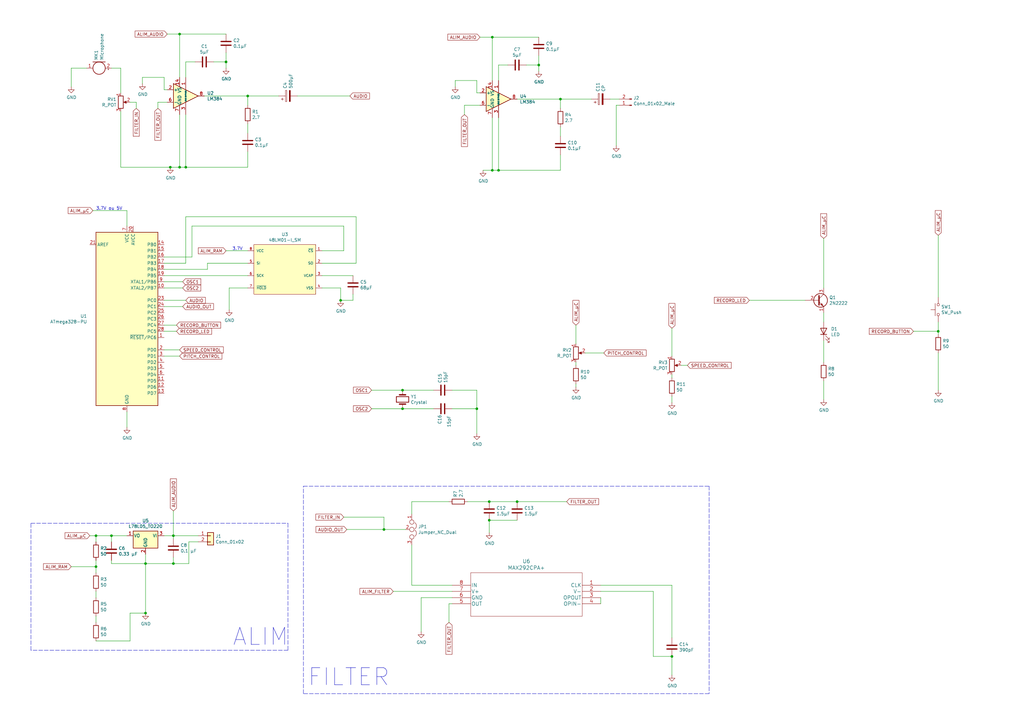
<source format=kicad_sch>
(kicad_sch (version 20211123) (generator eeschema)

  (uuid 1d1b3012-7270-4b0f-b223-67a0cee94580)

  (paper "A3")

  (lib_symbols
    (symbol "Amplifier_Audio:LM384" (pin_names (offset 0.127)) (in_bom yes) (on_board yes)
      (property "Reference" "U" (id 0) (at 5.08 6.35 0)
        (effects (font (size 1.27 1.27)))
      )
      (property "Value" "LM384" (id 1) (at 5.08 3.81 0)
        (effects (font (size 1.27 1.27)))
      )
      (property "Footprint" "Package_DIP:DIP-14_W7.62mm" (id 2) (at 0 0 0)
        (effects (font (size 1.27 1.27) italic) hide)
      )
      (property "Datasheet" "http://www.ti.com/lit/ds/symlink/lm384.pdf" (id 3) (at 0 0 0)
        (effects (font (size 1.27 1.27)) hide)
      )
      (property "ki_keywords" "audio amplifier" (id 4) (at 0 0 0)
        (effects (font (size 1.27 1.27)) hide)
      )
      (property "ki_description" "5W Audio Power Amplifier, PDIP-14" (id 5) (at 0 0 0)
        (effects (font (size 1.27 1.27)) hide)
      )
      (property "ki_fp_filters" "DIP*W7.62mm*" (id 6) (at 0 0 0)
        (effects (font (size 1.27 1.27)) hide)
      )
      (symbol "LM384_0_1"
        (polyline
          (pts
            (xy -5.08 5.08)
            (xy 5.08 0)
            (xy -5.08 -5.08)
            (xy -5.08 5.08)
          )
          (stroke (width 0.254) (type default) (color 0 0 0 0))
          (fill (type background))
        )
      )
      (symbol "LM384_1_1"
        (pin passive line (at 0 7.62 270) (length 5.08)
          (name "BYPASS" (effects (font (size 0.508 0.508))))
          (number "1" (effects (font (size 1.27 1.27))))
        )
        (pin passive line (at 0 -7.62 90) (length 5.08) hide
          (name "GND" (effects (font (size 0.508 0.508))))
          (number "10" (effects (font (size 1.27 1.27))))
        )
        (pin passive line (at 0 -7.62 90) (length 5.08) hide
          (name "GND" (effects (font (size 0.508 0.508))))
          (number "11" (effects (font (size 1.27 1.27))))
        )
        (pin passive line (at 0 -7.62 90) (length 5.08) hide
          (name "GND" (effects (font (size 0.508 0.508))))
          (number "12" (effects (font (size 1.27 1.27))))
        )
        (pin no_connect line (at 0 2.54 270) (length 2.54) hide
          (name "NC" (effects (font (size 1.27 1.27))))
          (number "13" (effects (font (size 1.27 1.27))))
        )
        (pin power_in line (at -2.54 7.62 270) (length 3.81)
          (name "VS" (effects (font (size 1.27 1.27))))
          (number "14" (effects (font (size 1.27 1.27))))
        )
        (pin input line (at -7.62 2.54 0) (length 2.54)
          (name "+" (effects (font (size 1.27 1.27))))
          (number "2" (effects (font (size 1.27 1.27))))
        )
        (pin power_in line (at 0 -7.62 90) (length 5.08)
          (name "GND" (effects (font (size 0.508 0.508))))
          (number "3" (effects (font (size 1.27 1.27))))
        )
        (pin passive line (at 0 -7.62 90) (length 5.08) hide
          (name "GND" (effects (font (size 0.508 0.508))))
          (number "4" (effects (font (size 1.27 1.27))))
        )
        (pin passive line (at 0 -7.62 90) (length 5.08) hide
          (name "GND" (effects (font (size 0.508 0.508))))
          (number "5" (effects (font (size 1.27 1.27))))
        )
        (pin input line (at -7.62 -2.54 0) (length 2.54)
          (name "-" (effects (font (size 1.27 1.27))))
          (number "6" (effects (font (size 1.27 1.27))))
        )
        (pin power_in line (at -2.54 -7.62 90) (length 3.81)
          (name "GND" (effects (font (size 1.27 1.27))))
          (number "7" (effects (font (size 1.27 1.27))))
        )
        (pin output line (at 7.62 0 180) (length 2.54)
          (name "~" (effects (font (size 1.27 1.27))))
          (number "8" (effects (font (size 1.27 1.27))))
        )
        (pin no_connect line (at -2.54 2.54 270) (length 2.54) hide
          (name "NC" (effects (font (size 1.27 1.27))))
          (number "9" (effects (font (size 1.27 1.27))))
        )
      )
    )
    (symbol "Connector:Conn_01x02_Male" (pin_names (offset 1.016) hide) (in_bom yes) (on_board yes)
      (property "Reference" "J" (id 0) (at 0 2.54 0)
        (effects (font (size 1.27 1.27)))
      )
      (property "Value" "Conn_01x02_Male" (id 1) (at 0 -5.08 0)
        (effects (font (size 1.27 1.27)))
      )
      (property "Footprint" "" (id 2) (at 0 0 0)
        (effects (font (size 1.27 1.27)) hide)
      )
      (property "Datasheet" "~" (id 3) (at 0 0 0)
        (effects (font (size 1.27 1.27)) hide)
      )
      (property "ki_keywords" "connector" (id 4) (at 0 0 0)
        (effects (font (size 1.27 1.27)) hide)
      )
      (property "ki_description" "Generic connector, single row, 01x02, script generated (kicad-library-utils/schlib/autogen/connector/)" (id 5) (at 0 0 0)
        (effects (font (size 1.27 1.27)) hide)
      )
      (property "ki_fp_filters" "Connector*:*_1x??_*" (id 6) (at 0 0 0)
        (effects (font (size 1.27 1.27)) hide)
      )
      (symbol "Conn_01x02_Male_1_1"
        (polyline
          (pts
            (xy 1.27 -2.54)
            (xy 0.8636 -2.54)
          )
          (stroke (width 0.1524) (type default) (color 0 0 0 0))
          (fill (type none))
        )
        (polyline
          (pts
            (xy 1.27 0)
            (xy 0.8636 0)
          )
          (stroke (width 0.1524) (type default) (color 0 0 0 0))
          (fill (type none))
        )
        (rectangle (start 0.8636 -2.413) (end 0 -2.667)
          (stroke (width 0.1524) (type default) (color 0 0 0 0))
          (fill (type outline))
        )
        (rectangle (start 0.8636 0.127) (end 0 -0.127)
          (stroke (width 0.1524) (type default) (color 0 0 0 0))
          (fill (type outline))
        )
        (pin passive line (at 5.08 0 180) (length 3.81)
          (name "Pin_1" (effects (font (size 1.27 1.27))))
          (number "1" (effects (font (size 1.27 1.27))))
        )
        (pin passive line (at 5.08 -2.54 180) (length 3.81)
          (name "Pin_2" (effects (font (size 1.27 1.27))))
          (number "2" (effects (font (size 1.27 1.27))))
        )
      )
    )
    (symbol "Connector_Generic:Conn_01x02" (pin_names (offset 1.016) hide) (in_bom yes) (on_board yes)
      (property "Reference" "J" (id 0) (at 0 2.54 0)
        (effects (font (size 1.27 1.27)))
      )
      (property "Value" "Conn_01x02" (id 1) (at 0 -5.08 0)
        (effects (font (size 1.27 1.27)))
      )
      (property "Footprint" "" (id 2) (at 0 0 0)
        (effects (font (size 1.27 1.27)) hide)
      )
      (property "Datasheet" "~" (id 3) (at 0 0 0)
        (effects (font (size 1.27 1.27)) hide)
      )
      (property "ki_keywords" "connector" (id 4) (at 0 0 0)
        (effects (font (size 1.27 1.27)) hide)
      )
      (property "ki_description" "Generic connector, single row, 01x02, script generated (kicad-library-utils/schlib/autogen/connector/)" (id 5) (at 0 0 0)
        (effects (font (size 1.27 1.27)) hide)
      )
      (property "ki_fp_filters" "Connector*:*_1x??_*" (id 6) (at 0 0 0)
        (effects (font (size 1.27 1.27)) hide)
      )
      (symbol "Conn_01x02_1_1"
        (rectangle (start -1.27 -2.413) (end 0 -2.667)
          (stroke (width 0.1524) (type default) (color 0 0 0 0))
          (fill (type none))
        )
        (rectangle (start -1.27 0.127) (end 0 -0.127)
          (stroke (width 0.1524) (type default) (color 0 0 0 0))
          (fill (type none))
        )
        (rectangle (start -1.27 1.27) (end 1.27 -3.81)
          (stroke (width 0.254) (type default) (color 0 0 0 0))
          (fill (type background))
        )
        (pin passive line (at -5.08 0 0) (length 3.81)
          (name "Pin_1" (effects (font (size 1.27 1.27))))
          (number "1" (effects (font (size 1.27 1.27))))
        )
        (pin passive line (at -5.08 -2.54 0) (length 3.81)
          (name "Pin_2" (effects (font (size 1.27 1.27))))
          (number "2" (effects (font (size 1.27 1.27))))
        )
      )
    )
    (symbol "Device:C" (pin_numbers hide) (pin_names (offset 0.254)) (in_bom yes) (on_board yes)
      (property "Reference" "C" (id 0) (at 0.635 2.54 0)
        (effects (font (size 1.27 1.27)) (justify left))
      )
      (property "Value" "C" (id 1) (at 0.635 -2.54 0)
        (effects (font (size 1.27 1.27)) (justify left))
      )
      (property "Footprint" "" (id 2) (at 0.9652 -3.81 0)
        (effects (font (size 1.27 1.27)) hide)
      )
      (property "Datasheet" "~" (id 3) (at 0 0 0)
        (effects (font (size 1.27 1.27)) hide)
      )
      (property "ki_keywords" "cap capacitor" (id 4) (at 0 0 0)
        (effects (font (size 1.27 1.27)) hide)
      )
      (property "ki_description" "Unpolarized capacitor" (id 5) (at 0 0 0)
        (effects (font (size 1.27 1.27)) hide)
      )
      (property "ki_fp_filters" "C_*" (id 6) (at 0 0 0)
        (effects (font (size 1.27 1.27)) hide)
      )
      (symbol "C_0_1"
        (polyline
          (pts
            (xy -2.032 -0.762)
            (xy 2.032 -0.762)
          )
          (stroke (width 0.508) (type default) (color 0 0 0 0))
          (fill (type none))
        )
        (polyline
          (pts
            (xy -2.032 0.762)
            (xy 2.032 0.762)
          )
          (stroke (width 0.508) (type default) (color 0 0 0 0))
          (fill (type none))
        )
      )
      (symbol "C_1_1"
        (pin passive line (at 0 3.81 270) (length 2.794)
          (name "~" (effects (font (size 1.27 1.27))))
          (number "1" (effects (font (size 1.27 1.27))))
        )
        (pin passive line (at 0 -3.81 90) (length 2.794)
          (name "~" (effects (font (size 1.27 1.27))))
          (number "2" (effects (font (size 1.27 1.27))))
        )
      )
    )
    (symbol "Device:CP" (pin_numbers hide) (pin_names (offset 0.254)) (in_bom yes) (on_board yes)
      (property "Reference" "C" (id 0) (at 0.635 2.54 0)
        (effects (font (size 1.27 1.27)) (justify left))
      )
      (property "Value" "Device_CP" (id 1) (at 0.635 -2.54 0)
        (effects (font (size 1.27 1.27)) (justify left))
      )
      (property "Footprint" "" (id 2) (at 0.9652 -3.81 0)
        (effects (font (size 1.27 1.27)) hide)
      )
      (property "Datasheet" "" (id 3) (at 0 0 0)
        (effects (font (size 1.27 1.27)) hide)
      )
      (property "ki_fp_filters" "CP_*" (id 4) (at 0 0 0)
        (effects (font (size 1.27 1.27)) hide)
      )
      (symbol "CP_0_1"
        (rectangle (start -2.286 0.508) (end 2.286 1.016)
          (stroke (width 0) (type default) (color 0 0 0 0))
          (fill (type none))
        )
        (polyline
          (pts
            (xy -1.778 2.286)
            (xy -0.762 2.286)
          )
          (stroke (width 0) (type default) (color 0 0 0 0))
          (fill (type none))
        )
        (polyline
          (pts
            (xy -1.27 2.794)
            (xy -1.27 1.778)
          )
          (stroke (width 0) (type default) (color 0 0 0 0))
          (fill (type none))
        )
        (rectangle (start 2.286 -0.508) (end -2.286 -1.016)
          (stroke (width 0) (type default) (color 0 0 0 0))
          (fill (type outline))
        )
      )
      (symbol "CP_1_1"
        (pin passive line (at 0 3.81 270) (length 2.794)
          (name "~" (effects (font (size 1.27 1.27))))
          (number "1" (effects (font (size 1.27 1.27))))
        )
        (pin passive line (at 0 -3.81 90) (length 2.794)
          (name "~" (effects (font (size 1.27 1.27))))
          (number "2" (effects (font (size 1.27 1.27))))
        )
      )
    )
    (symbol "Device:Crystal" (pin_numbers hide) (pin_names (offset 1.016) hide) (in_bom yes) (on_board yes)
      (property "Reference" "Y" (id 0) (at 0 3.81 0)
        (effects (font (size 1.27 1.27)))
      )
      (property "Value" "Crystal" (id 1) (at 0 -3.81 0)
        (effects (font (size 1.27 1.27)))
      )
      (property "Footprint" "" (id 2) (at 0 0 0)
        (effects (font (size 1.27 1.27)) hide)
      )
      (property "Datasheet" "~" (id 3) (at 0 0 0)
        (effects (font (size 1.27 1.27)) hide)
      )
      (property "ki_keywords" "quartz ceramic resonator oscillator" (id 4) (at 0 0 0)
        (effects (font (size 1.27 1.27)) hide)
      )
      (property "ki_description" "Two pin crystal" (id 5) (at 0 0 0)
        (effects (font (size 1.27 1.27)) hide)
      )
      (property "ki_fp_filters" "Crystal*" (id 6) (at 0 0 0)
        (effects (font (size 1.27 1.27)) hide)
      )
      (symbol "Crystal_0_1"
        (rectangle (start -1.143 2.54) (end 1.143 -2.54)
          (stroke (width 0.3048) (type default) (color 0 0 0 0))
          (fill (type none))
        )
        (polyline
          (pts
            (xy -2.54 0)
            (xy -1.905 0)
          )
          (stroke (width 0) (type default) (color 0 0 0 0))
          (fill (type none))
        )
        (polyline
          (pts
            (xy -1.905 -1.27)
            (xy -1.905 1.27)
          )
          (stroke (width 0.508) (type default) (color 0 0 0 0))
          (fill (type none))
        )
        (polyline
          (pts
            (xy 1.905 -1.27)
            (xy 1.905 1.27)
          )
          (stroke (width 0.508) (type default) (color 0 0 0 0))
          (fill (type none))
        )
        (polyline
          (pts
            (xy 2.54 0)
            (xy 1.905 0)
          )
          (stroke (width 0) (type default) (color 0 0 0 0))
          (fill (type none))
        )
      )
      (symbol "Crystal_1_1"
        (pin passive line (at -3.81 0 0) (length 1.27)
          (name "1" (effects (font (size 1.27 1.27))))
          (number "1" (effects (font (size 1.27 1.27))))
        )
        (pin passive line (at 3.81 0 180) (length 1.27)
          (name "2" (effects (font (size 1.27 1.27))))
          (number "2" (effects (font (size 1.27 1.27))))
        )
      )
    )
    (symbol "Device:Jumper_NC_Dual" (pin_names (offset 0.762) hide) (in_bom yes) (on_board yes)
      (property "Reference" "JP" (id 0) (at 1.27 -2.54 0)
        (effects (font (size 1.27 1.27)) (justify left))
      )
      (property "Value" "Device_Jumper_NC_Dual" (id 1) (at 0 2.54 0)
        (effects (font (size 1.27 1.27)) (justify bottom))
      )
      (property "Footprint" "" (id 2) (at 0 0 0)
        (effects (font (size 1.27 1.27)) hide)
      )
      (property "Datasheet" "" (id 3) (at 0 0 0)
        (effects (font (size 1.27 1.27)) hide)
      )
      (property "ki_fp_filters" "SolderJumper*Bridged* Jumper* TestPoint*2Pads* TestPoint*Bridge*" (id 4) (at 0 0 0)
        (effects (font (size 1.27 1.27)) hide)
      )
      (symbol "Jumper_NC_Dual_0_1"
        (circle (center -3.048 0) (radius 0.889)
          (stroke (width 0) (type default) (color 0 0 0 0))
          (fill (type none))
        )
        (arc (start -0.254 1.27) (mid -1.524 1.8804) (end -2.794 1.27)
          (stroke (width 0) (type default) (color 0 0 0 0))
          (fill (type none))
        )
        (circle (center 0 0) (radius 0.9144)
          (stroke (width 0) (type default) (color 0 0 0 0))
          (fill (type none))
        )
        (arc (start 2.794 1.27) (mid 1.524 1.8804) (end 0.254 1.27)
          (stroke (width 0) (type default) (color 0 0 0 0))
          (fill (type none))
        )
        (circle (center 3.048 0) (radius 0.889)
          (stroke (width 0) (type default) (color 0 0 0 0))
          (fill (type none))
        )
        (pin passive line (at -6.35 0 0) (length 2.413)
          (name "1" (effects (font (size 1.27 1.27))))
          (number "1" (effects (font (size 1.27 1.27))))
        )
        (pin passive line (at 0 -2.54 90) (length 1.524)
          (name "2" (effects (font (size 1.27 1.27))))
          (number "2" (effects (font (size 1.27 1.27))))
        )
        (pin passive line (at 6.35 0 180) (length 2.413)
          (name "3" (effects (font (size 1.27 1.27))))
          (number "3" (effects (font (size 1.27 1.27))))
        )
      )
    )
    (symbol "Device:LED" (pin_numbers hide) (pin_names (offset 1.016) hide) (in_bom yes) (on_board yes)
      (property "Reference" "D" (id 0) (at 0 2.54 0)
        (effects (font (size 1.27 1.27)))
      )
      (property "Value" "LED" (id 1) (at 0 -2.54 0)
        (effects (font (size 1.27 1.27)))
      )
      (property "Footprint" "" (id 2) (at 0 0 0)
        (effects (font (size 1.27 1.27)) hide)
      )
      (property "Datasheet" "~" (id 3) (at 0 0 0)
        (effects (font (size 1.27 1.27)) hide)
      )
      (property "ki_keywords" "LED diode" (id 4) (at 0 0 0)
        (effects (font (size 1.27 1.27)) hide)
      )
      (property "ki_description" "Light emitting diode" (id 5) (at 0 0 0)
        (effects (font (size 1.27 1.27)) hide)
      )
      (property "ki_fp_filters" "LED* LED_SMD:* LED_THT:*" (id 6) (at 0 0 0)
        (effects (font (size 1.27 1.27)) hide)
      )
      (symbol "LED_0_1"
        (polyline
          (pts
            (xy -1.27 -1.27)
            (xy -1.27 1.27)
          )
          (stroke (width 0.254) (type default) (color 0 0 0 0))
          (fill (type none))
        )
        (polyline
          (pts
            (xy -1.27 0)
            (xy 1.27 0)
          )
          (stroke (width 0) (type default) (color 0 0 0 0))
          (fill (type none))
        )
        (polyline
          (pts
            (xy 1.27 -1.27)
            (xy 1.27 1.27)
            (xy -1.27 0)
            (xy 1.27 -1.27)
          )
          (stroke (width 0.254) (type default) (color 0 0 0 0))
          (fill (type none))
        )
        (polyline
          (pts
            (xy -3.048 -0.762)
            (xy -4.572 -2.286)
            (xy -3.81 -2.286)
            (xy -4.572 -2.286)
            (xy -4.572 -1.524)
          )
          (stroke (width 0) (type default) (color 0 0 0 0))
          (fill (type none))
        )
        (polyline
          (pts
            (xy -1.778 -0.762)
            (xy -3.302 -2.286)
            (xy -2.54 -2.286)
            (xy -3.302 -2.286)
            (xy -3.302 -1.524)
          )
          (stroke (width 0) (type default) (color 0 0 0 0))
          (fill (type none))
        )
      )
      (symbol "LED_1_1"
        (pin passive line (at -3.81 0 0) (length 2.54)
          (name "K" (effects (font (size 1.27 1.27))))
          (number "1" (effects (font (size 1.27 1.27))))
        )
        (pin passive line (at 3.81 0 180) (length 2.54)
          (name "A" (effects (font (size 1.27 1.27))))
          (number "2" (effects (font (size 1.27 1.27))))
        )
      )
    )
    (symbol "Device:Microphone" (pin_names (offset 0.0254) hide) (in_bom yes) (on_board yes)
      (property "Reference" "MK" (id 0) (at -3.81 1.27 0)
        (effects (font (size 1.27 1.27)) (justify right))
      )
      (property "Value" "Microphone" (id 1) (at -3.81 -0.635 0)
        (effects (font (size 1.27 1.27)) (justify right))
      )
      (property "Footprint" "" (id 2) (at 0 2.54 90)
        (effects (font (size 1.27 1.27)) hide)
      )
      (property "Datasheet" "~" (id 3) (at 0 2.54 90)
        (effects (font (size 1.27 1.27)) hide)
      )
      (property "ki_keywords" "microphone" (id 4) (at 0 0 0)
        (effects (font (size 1.27 1.27)) hide)
      )
      (property "ki_description" "Microphone" (id 5) (at 0 0 0)
        (effects (font (size 1.27 1.27)) hide)
      )
      (symbol "Microphone_0_1"
        (polyline
          (pts
            (xy -2.54 2.54)
            (xy -2.54 -2.54)
          )
          (stroke (width 0.254) (type default) (color 0 0 0 0))
          (fill (type none))
        )
        (polyline
          (pts
            (xy 0.254 3.81)
            (xy 0.762 3.81)
          )
          (stroke (width 0) (type default) (color 0 0 0 0))
          (fill (type none))
        )
        (polyline
          (pts
            (xy 0.508 4.064)
            (xy 0.508 3.556)
          )
          (stroke (width 0) (type default) (color 0 0 0 0))
          (fill (type none))
        )
        (circle (center 0 0) (radius 2.54)
          (stroke (width 0.254) (type default) (color 0 0 0 0))
          (fill (type none))
        )
      )
      (symbol "Microphone_1_1"
        (pin passive line (at 0 -5.08 90) (length 2.54)
          (name "-" (effects (font (size 1.27 1.27))))
          (number "1" (effects (font (size 1.27 1.27))))
        )
        (pin passive line (at 0 5.08 270) (length 2.54)
          (name "+" (effects (font (size 1.27 1.27))))
          (number "2" (effects (font (size 1.27 1.27))))
        )
      )
    )
    (symbol "Device:R" (pin_numbers hide) (pin_names (offset 0)) (in_bom yes) (on_board yes)
      (property "Reference" "R" (id 0) (at 2.032 0 90)
        (effects (font (size 1.27 1.27)))
      )
      (property "Value" "R" (id 1) (at 0 0 90)
        (effects (font (size 1.27 1.27)))
      )
      (property "Footprint" "" (id 2) (at -1.778 0 90)
        (effects (font (size 1.27 1.27)) hide)
      )
      (property "Datasheet" "~" (id 3) (at 0 0 0)
        (effects (font (size 1.27 1.27)) hide)
      )
      (property "ki_keywords" "R res resistor" (id 4) (at 0 0 0)
        (effects (font (size 1.27 1.27)) hide)
      )
      (property "ki_description" "Resistor" (id 5) (at 0 0 0)
        (effects (font (size 1.27 1.27)) hide)
      )
      (property "ki_fp_filters" "R_*" (id 6) (at 0 0 0)
        (effects (font (size 1.27 1.27)) hide)
      )
      (symbol "R_0_1"
        (rectangle (start -1.016 -2.54) (end 1.016 2.54)
          (stroke (width 0.254) (type default) (color 0 0 0 0))
          (fill (type none))
        )
      )
      (symbol "R_1_1"
        (pin passive line (at 0 3.81 270) (length 1.27)
          (name "~" (effects (font (size 1.27 1.27))))
          (number "1" (effects (font (size 1.27 1.27))))
        )
        (pin passive line (at 0 -3.81 90) (length 1.27)
          (name "~" (effects (font (size 1.27 1.27))))
          (number "2" (effects (font (size 1.27 1.27))))
        )
      )
    )
    (symbol "Device:R_POT" (pin_names (offset 1.016) hide) (in_bom yes) (on_board yes)
      (property "Reference" "RV" (id 0) (at -4.445 0 90)
        (effects (font (size 1.27 1.27)))
      )
      (property "Value" "Device_R_POT" (id 1) (at -2.54 0 90)
        (effects (font (size 1.27 1.27)))
      )
      (property "Footprint" "" (id 2) (at 0 0 0)
        (effects (font (size 1.27 1.27)) hide)
      )
      (property "Datasheet" "" (id 3) (at 0 0 0)
        (effects (font (size 1.27 1.27)) hide)
      )
      (property "ki_fp_filters" "Potentiometer*" (id 4) (at 0 0 0)
        (effects (font (size 1.27 1.27)) hide)
      )
      (symbol "R_POT_0_1"
        (polyline
          (pts
            (xy 2.54 0)
            (xy 1.524 0)
          )
          (stroke (width 0) (type default) (color 0 0 0 0))
          (fill (type none))
        )
        (polyline
          (pts
            (xy 1.143 0)
            (xy 2.286 0.508)
            (xy 2.286 -0.508)
            (xy 1.143 0)
          )
          (stroke (width 0) (type default) (color 0 0 0 0))
          (fill (type outline))
        )
        (rectangle (start 1.016 2.54) (end -1.016 -2.54)
          (stroke (width 0.254) (type default) (color 0 0 0 0))
          (fill (type none))
        )
      )
      (symbol "R_POT_1_1"
        (pin passive line (at 0 3.81 270) (length 1.27)
          (name "1" (effects (font (size 1.27 1.27))))
          (number "1" (effects (font (size 1.27 1.27))))
        )
        (pin passive line (at 3.81 0 180) (length 1.27)
          (name "2" (effects (font (size 1.27 1.27))))
          (number "2" (effects (font (size 1.27 1.27))))
        )
        (pin passive line (at 0 -3.81 90) (length 1.27)
          (name "3" (effects (font (size 1.27 1.27))))
          (number "3" (effects (font (size 1.27 1.27))))
        )
      )
    )
    (symbol "Looper-rescue:48LM01-I_SM-eec" (pin_names (offset 1.016)) (in_bom yes) (on_board yes)
      (property "Reference" "U" (id 0) (at 0 5.08 0)
        (effects (font (size 1.27 1.27)) (justify left))
      )
      (property "Value" "48LM01-I_SM-eec" (id 1) (at 0 7.62 0)
        (effects (font (size 1.27 1.27)) (justify left))
      )
      (property "Footprint" "Microchip-C04-056-0-C-*" (id 2) (at 0 10.16 0)
        (effects (font (size 1.27 1.27)) (justify left) hide)
      )
      (property "Datasheet" "https://ww1.microchip.com/downloads/en/DeviceDoc/20006008C.pdf" (id 3) (at 0 12.7 0)
        (effects (font (size 1.27 1.27)) (justify left) hide)
      )
      (property "access time" "7ns" (id 4) (at 0 15.24 0)
        (effects (font (size 1.27 1.27)) (justify left) hide)
      )
      (property "automotive" "No" (id 5) (at 0 17.78 0)
        (effects (font (size 1.27 1.27)) (justify left) hide)
      )
      (property "category" "IC" (id 6) (at 0 20.32 0)
        (effects (font (size 1.27 1.27)) (justify left) hide)
      )
      (property "device class L1" "Integrated Circuits (ICs)" (id 7) (at 0 22.86 0)
        (effects (font (size 1.27 1.27)) (justify left) hide)
      )
      (property "device class L2" "Memory" (id 8) (at 0 25.4 0)
        (effects (font (size 1.27 1.27)) (justify left) hide)
      )
      (property "device class L3" "EEPROM" (id 9) (at 0 27.94 0)
        (effects (font (size 1.27 1.27)) (justify left) hide)
      )
      (property "digikey description" "IC EERAM 1MBIT SPI 66MHZ 8SOIJ" (id 10) (at 0 30.48 0)
        (effects (font (size 1.27 1.27)) (justify left) hide)
      )
      (property "digikey part number" "150-48LM01-I/SM-ND" (id 11) (at 0 33.02 0)
        (effects (font (size 1.27 1.27)) (justify left) hide)
      )
      (property "frequency" "66MHz" (id 12) (at 0 35.56 0)
        (effects (font (size 1.27 1.27)) (justify left) hide)
      )
      (property "height" "2.03mm" (id 13) (at 0 38.1 0)
        (effects (font (size 1.27 1.27)) (justify left) hide)
      )
      (property "interface" "SPI" (id 14) (at 0 40.64 0)
        (effects (font (size 1.27 1.27)) (justify left) hide)
      )
      (property "lead free" "Yes" (id 15) (at 0 43.18 0)
        (effects (font (size 1.27 1.27)) (justify left) hide)
      )
      (property "library id" "687609c217cbfd4d" (id 16) (at 0 45.72 0)
        (effects (font (size 1.27 1.27)) (justify left) hide)
      )
      (property "manufacturer" "Microchip" (id 17) (at 0 48.26 0)
        (effects (font (size 1.27 1.27)) (justify left) hide)
      )
      (property "max supply voltage" "3.6V" (id 18) (at 0 50.8 0)
        (effects (font (size 1.27 1.27)) (justify left) hide)
      )
      (property "memory size" "1Mbits" (id 19) (at 0 53.34 0)
        (effects (font (size 1.27 1.27)) (justify left) hide)
      )
      (property "memory type" "SRAM" (id 20) (at 0 55.88 0)
        (effects (font (size 1.27 1.27)) (justify left) hide)
      )
      (property "min supply voltage" "2.7V" (id 21) (at 0 58.42 0)
        (effects (font (size 1.27 1.27)) (justify left) hide)
      )
      (property "mouser part number" "579-48LM01-I/SM" (id 22) (at 0 60.96 0)
        (effects (font (size 1.27 1.27)) (justify left) hide)
      )
      (property "nominal supply current" "5mA" (id 23) (at 0 63.5 0)
        (effects (font (size 1.27 1.27)) (justify left) hide)
      )
      (property "package" "SOIJ8" (id 24) (at 0 66.04 0)
        (effects (font (size 1.27 1.27)) (justify left) hide)
      )
      (property "rohs" "Yes" (id 25) (at 0 68.58 0)
        (effects (font (size 1.27 1.27)) (justify left) hide)
      )
      (property "standoff height" "0.05mm" (id 26) (at 0 71.12 0)
        (effects (font (size 1.27 1.27)) (justify left) hide)
      )
      (property "temperature range high" "+85°C" (id 27) (at 0 73.66 0)
        (effects (font (size 1.27 1.27)) (justify left) hide)
      )
      (property "temperature range low" "-40°C" (id 28) (at 0 76.2 0)
        (effects (font (size 1.27 1.27)) (justify left) hide)
      )
      (property "ki_locked" "" (id 29) (at 0 0 0)
        (effects (font (size 1.27 1.27)))
      )
      (symbol "48LM01-I_SM-eec_1_1"
        (rectangle (start 5.08 2.54) (end 30.48 -17.78)
          (stroke (width 0) (type default) (color 0 0 0 0))
          (fill (type background))
        )
        (pin input line (at 33.02 0 180) (length 2.54)
          (name "~{CS}" (effects (font (size 1.016 1.016))))
          (number "1" (effects (font (size 1.016 1.016))))
        )
        (pin output line (at 33.02 -5.08 180) (length 2.54)
          (name "SO" (effects (font (size 1.016 1.016))))
          (number "2" (effects (font (size 1.016 1.016))))
        )
        (pin passive line (at 33.02 -10.16 180) (length 2.54)
          (name "VCAP" (effects (font (size 1.016 1.016))))
          (number "3" (effects (font (size 1.016 1.016))))
        )
        (pin power_in line (at 33.02 -15.24 180) (length 2.54)
          (name "VSS" (effects (font (size 1.016 1.016))))
          (number "4" (effects (font (size 1.016 1.016))))
        )
        (pin input line (at 2.54 -5.08 0) (length 2.54)
          (name "SI" (effects (font (size 1.016 1.016))))
          (number "5" (effects (font (size 1.016 1.016))))
        )
        (pin input line (at 2.54 -10.16 0) (length 2.54)
          (name "SCK" (effects (font (size 1.016 1.016))))
          (number "6" (effects (font (size 1.016 1.016))))
        )
        (pin input line (at 2.54 -15.24 0) (length 2.54)
          (name "~{HOLD}" (effects (font (size 1.016 1.016))))
          (number "7" (effects (font (size 1.016 1.016))))
        )
        (pin power_in line (at 2.54 0 0) (length 2.54)
          (name "VCC" (effects (font (size 1.016 1.016))))
          (number "8" (effects (font (size 1.016 1.016))))
        )
      )
    )
    (symbol "MAX292:MAX292CPA+" (pin_names (offset 0.254)) (in_bom yes) (on_board yes)
      (property "Reference" "U" (id 0) (at 30.48 10.16 0)
        (effects (font (size 1.524 1.524)))
      )
      (property "Value" "MAX292_MAX292CPA+" (id 1) (at 30.48 7.62 0)
        (effects (font (size 1.524 1.524)))
      )
      (property "Footprint" "21-0043D_8_MXM" (id 2) (at 30.48 6.096 0)
        (effects (font (size 1.524 1.524)) hide)
      )
      (property "Datasheet" "" (id 3) (at 0 0 0)
        (effects (font (size 1.524 1.524)))
      )
      (property "ki_locked" "" (id 4) (at 0 0 0)
        (effects (font (size 1.27 1.27)))
      )
      (property "ki_fp_filters" "21-0043D_8_MXM" (id 5) (at 0 0 0)
        (effects (font (size 1.27 1.27)) hide)
      )
      (symbol "MAX292CPA+_1_1"
        (polyline
          (pts
            (xy 7.62 -12.7)
            (xy 53.34 -12.7)
          )
          (stroke (width 0.127) (type default) (color 0 0 0 0))
          (fill (type none))
        )
        (polyline
          (pts
            (xy 7.62 5.08)
            (xy 7.62 -12.7)
          )
          (stroke (width 0.127) (type default) (color 0 0 0 0))
          (fill (type none))
        )
        (polyline
          (pts
            (xy 53.34 -12.7)
            (xy 53.34 5.08)
          )
          (stroke (width 0.127) (type default) (color 0 0 0 0))
          (fill (type none))
        )
        (polyline
          (pts
            (xy 53.34 5.08)
            (xy 7.62 5.08)
          )
          (stroke (width 0.127) (type default) (color 0 0 0 0))
          (fill (type none))
        )
        (pin unspecified line (at 0 0 0) (length 7.62)
          (name "CLK" (effects (font (size 1.4986 1.4986))))
          (number "1" (effects (font (size 1.4986 1.4986))))
        )
        (pin power_in line (at 0 -2.54 0) (length 7.62)
          (name "V-" (effects (font (size 1.4986 1.4986))))
          (number "2" (effects (font (size 1.4986 1.4986))))
        )
        (pin output line (at 0 -5.08 0) (length 7.62)
          (name "OPOUT" (effects (font (size 1.4986 1.4986))))
          (number "3" (effects (font (size 1.4986 1.4986))))
        )
        (pin input line (at 0 -7.62 0) (length 7.62)
          (name "OPIN-" (effects (font (size 1.4986 1.4986))))
          (number "4" (effects (font (size 1.4986 1.4986))))
        )
        (pin output line (at 60.96 -7.62 180) (length 7.62)
          (name "OUT" (effects (font (size 1.4986 1.4986))))
          (number "5" (effects (font (size 1.4986 1.4986))))
        )
        (pin power_in line (at 60.96 -5.08 180) (length 7.62)
          (name "GND" (effects (font (size 1.4986 1.4986))))
          (number "6" (effects (font (size 1.4986 1.4986))))
        )
        (pin power_in line (at 60.96 -2.54 180) (length 7.62)
          (name "V+" (effects (font (size 1.4986 1.4986))))
          (number "7" (effects (font (size 1.4986 1.4986))))
        )
        (pin input line (at 60.96 0 180) (length 7.62)
          (name "IN" (effects (font (size 1.4986 1.4986))))
          (number "8" (effects (font (size 1.4986 1.4986))))
        )
      )
    )
    (symbol "MCU_Microchip_ATmega:ATmega328-PU" (in_bom yes) (on_board yes)
      (property "Reference" "U" (id 0) (at -12.7 36.83 0)
        (effects (font (size 1.27 1.27)) (justify left bottom))
      )
      (property "Value" "MCU_Microchip_ATmega_ATmega328-PU" (id 1) (at 2.54 -36.83 0)
        (effects (font (size 1.27 1.27)) (justify left top))
      )
      (property "Footprint" "Package_DIP:DIP-28_W7.62mm" (id 2) (at 0 0 0)
        (effects (font (size 1.27 1.27) italic) hide)
      )
      (property "Datasheet" "" (id 3) (at 0 0 0)
        (effects (font (size 1.27 1.27)) hide)
      )
      (property "ki_fp_filters" "DIP*W7.62mm*" (id 4) (at 0 0 0)
        (effects (font (size 1.27 1.27)) hide)
      )
      (symbol "ATmega328-PU_0_1"
        (rectangle (start -12.7 -35.56) (end 12.7 35.56)
          (stroke (width 0.254) (type default) (color 0 0 0 0))
          (fill (type background))
        )
      )
      (symbol "ATmega328-PU_1_1"
        (pin bidirectional line (at 15.24 -7.62 180) (length 2.54)
          (name "~{RESET}/PC6" (effects (font (size 1.27 1.27))))
          (number "1" (effects (font (size 1.27 1.27))))
        )
        (pin bidirectional line (at 15.24 12.7 180) (length 2.54)
          (name "XTAL2/PB7" (effects (font (size 1.27 1.27))))
          (number "10" (effects (font (size 1.27 1.27))))
        )
        (pin bidirectional line (at 15.24 -25.4 180) (length 2.54)
          (name "PD5" (effects (font (size 1.27 1.27))))
          (number "11" (effects (font (size 1.27 1.27))))
        )
        (pin bidirectional line (at 15.24 -27.94 180) (length 2.54)
          (name "PD6" (effects (font (size 1.27 1.27))))
          (number "12" (effects (font (size 1.27 1.27))))
        )
        (pin bidirectional line (at 15.24 -30.48 180) (length 2.54)
          (name "PD7" (effects (font (size 1.27 1.27))))
          (number "13" (effects (font (size 1.27 1.27))))
        )
        (pin bidirectional line (at 15.24 30.48 180) (length 2.54)
          (name "PB0" (effects (font (size 1.27 1.27))))
          (number "14" (effects (font (size 1.27 1.27))))
        )
        (pin bidirectional line (at 15.24 27.94 180) (length 2.54)
          (name "PB1" (effects (font (size 1.27 1.27))))
          (number "15" (effects (font (size 1.27 1.27))))
        )
        (pin bidirectional line (at 15.24 25.4 180) (length 2.54)
          (name "PB2" (effects (font (size 1.27 1.27))))
          (number "16" (effects (font (size 1.27 1.27))))
        )
        (pin bidirectional line (at 15.24 22.86 180) (length 2.54)
          (name "PB3" (effects (font (size 1.27 1.27))))
          (number "17" (effects (font (size 1.27 1.27))))
        )
        (pin bidirectional line (at 15.24 20.32 180) (length 2.54)
          (name "PB4" (effects (font (size 1.27 1.27))))
          (number "18" (effects (font (size 1.27 1.27))))
        )
        (pin bidirectional line (at 15.24 17.78 180) (length 2.54)
          (name "PB5" (effects (font (size 1.27 1.27))))
          (number "19" (effects (font (size 1.27 1.27))))
        )
        (pin bidirectional line (at 15.24 -12.7 180) (length 2.54)
          (name "PD0" (effects (font (size 1.27 1.27))))
          (number "2" (effects (font (size 1.27 1.27))))
        )
        (pin power_in line (at 2.54 38.1 270) (length 2.54)
          (name "AVCC" (effects (font (size 1.27 1.27))))
          (number "20" (effects (font (size 1.27 1.27))))
        )
        (pin passive line (at -15.24 30.48 0) (length 2.54)
          (name "AREF" (effects (font (size 1.27 1.27))))
          (number "21" (effects (font (size 1.27 1.27))))
        )
        (pin passive line (at 0 -38.1 90) (length 2.54) hide
          (name "GND" (effects (font (size 1.27 1.27))))
          (number "22" (effects (font (size 1.27 1.27))))
        )
        (pin bidirectional line (at 15.24 7.62 180) (length 2.54)
          (name "PC0" (effects (font (size 1.27 1.27))))
          (number "23" (effects (font (size 1.27 1.27))))
        )
        (pin bidirectional line (at 15.24 5.08 180) (length 2.54)
          (name "PC1" (effects (font (size 1.27 1.27))))
          (number "24" (effects (font (size 1.27 1.27))))
        )
        (pin bidirectional line (at 15.24 2.54 180) (length 2.54)
          (name "PC2" (effects (font (size 1.27 1.27))))
          (number "25" (effects (font (size 1.27 1.27))))
        )
        (pin bidirectional line (at 15.24 0 180) (length 2.54)
          (name "PC3" (effects (font (size 1.27 1.27))))
          (number "26" (effects (font (size 1.27 1.27))))
        )
        (pin bidirectional line (at 15.24 -2.54 180) (length 2.54)
          (name "PC4" (effects (font (size 1.27 1.27))))
          (number "27" (effects (font (size 1.27 1.27))))
        )
        (pin bidirectional line (at 15.24 -5.08 180) (length 2.54)
          (name "PC5" (effects (font (size 1.27 1.27))))
          (number "28" (effects (font (size 1.27 1.27))))
        )
        (pin bidirectional line (at 15.24 -15.24 180) (length 2.54)
          (name "PD1" (effects (font (size 1.27 1.27))))
          (number "3" (effects (font (size 1.27 1.27))))
        )
        (pin bidirectional line (at 15.24 -17.78 180) (length 2.54)
          (name "PD2" (effects (font (size 1.27 1.27))))
          (number "4" (effects (font (size 1.27 1.27))))
        )
        (pin bidirectional line (at 15.24 -20.32 180) (length 2.54)
          (name "PD3" (effects (font (size 1.27 1.27))))
          (number "5" (effects (font (size 1.27 1.27))))
        )
        (pin bidirectional line (at 15.24 -22.86 180) (length 2.54)
          (name "PD4" (effects (font (size 1.27 1.27))))
          (number "6" (effects (font (size 1.27 1.27))))
        )
        (pin power_in line (at 0 38.1 270) (length 2.54)
          (name "VCC" (effects (font (size 1.27 1.27))))
          (number "7" (effects (font (size 1.27 1.27))))
        )
        (pin power_in line (at 0 -38.1 90) (length 2.54)
          (name "GND" (effects (font (size 1.27 1.27))))
          (number "8" (effects (font (size 1.27 1.27))))
        )
        (pin bidirectional line (at 15.24 15.24 180) (length 2.54)
          (name "XTAL1/PB6" (effects (font (size 1.27 1.27))))
          (number "9" (effects (font (size 1.27 1.27))))
        )
      )
    )
    (symbol "Regulator_Linear:L78L05_TO92" (pin_names (offset 0.254)) (in_bom yes) (on_board yes)
      (property "Reference" "U" (id 0) (at -3.81 3.175 0)
        (effects (font (size 1.27 1.27)))
      )
      (property "Value" "L78L05_TO92" (id 1) (at 0 3.175 0)
        (effects (font (size 1.27 1.27)) (justify left))
      )
      (property "Footprint" "Package_TO_SOT_THT:TO-92_Inline" (id 2) (at 0 5.715 0)
        (effects (font (size 1.27 1.27) italic) hide)
      )
      (property "Datasheet" "http://www.st.com/content/ccc/resource/technical/document/datasheet/15/55/e5/aa/23/5b/43/fd/CD00000446.pdf/files/CD00000446.pdf/jcr:content/translations/en.CD00000446.pdf" (id 3) (at 0 -1.27 0)
        (effects (font (size 1.27 1.27)) hide)
      )
      (property "ki_keywords" "Voltage Regulator 100mA Positive" (id 4) (at 0 0 0)
        (effects (font (size 1.27 1.27)) hide)
      )
      (property "ki_description" "Positive 100mA 30V Linear Regulator, Fixed Output 5V, TO-92" (id 5) (at 0 0 0)
        (effects (font (size 1.27 1.27)) hide)
      )
      (property "ki_fp_filters" "TO?92*" (id 6) (at 0 0 0)
        (effects (font (size 1.27 1.27)) hide)
      )
      (symbol "L78L05_TO92_0_1"
        (rectangle (start -5.08 -5.08) (end 5.08 1.905)
          (stroke (width 0.254) (type default) (color 0 0 0 0))
          (fill (type background))
        )
      )
      (symbol "L78L05_TO92_1_1"
        (pin power_out line (at 7.62 0 180) (length 2.54)
          (name "VO" (effects (font (size 1.27 1.27))))
          (number "1" (effects (font (size 1.27 1.27))))
        )
        (pin power_in line (at 0 -7.62 90) (length 2.54)
          (name "GND" (effects (font (size 1.27 1.27))))
          (number "2" (effects (font (size 1.27 1.27))))
        )
        (pin power_in line (at -7.62 0 0) (length 2.54)
          (name "VI" (effects (font (size 1.27 1.27))))
          (number "3" (effects (font (size 1.27 1.27))))
        )
      )
    )
    (symbol "Switch:SW_Push" (pin_numbers hide) (pin_names (offset 1.016) hide) (in_bom yes) (on_board yes)
      (property "Reference" "SW" (id 0) (at 1.27 2.54 0)
        (effects (font (size 1.27 1.27)) (justify left))
      )
      (property "Value" "SW_Push" (id 1) (at 0 -1.524 0)
        (effects (font (size 1.27 1.27)))
      )
      (property "Footprint" "" (id 2) (at 0 5.08 0)
        (effects (font (size 1.27 1.27)) hide)
      )
      (property "Datasheet" "~" (id 3) (at 0 5.08 0)
        (effects (font (size 1.27 1.27)) hide)
      )
      (property "ki_keywords" "switch normally-open pushbutton push-button" (id 4) (at 0 0 0)
        (effects (font (size 1.27 1.27)) hide)
      )
      (property "ki_description" "Push button switch, generic, two pins" (id 5) (at 0 0 0)
        (effects (font (size 1.27 1.27)) hide)
      )
      (symbol "SW_Push_0_1"
        (circle (center -2.032 0) (radius 0.508)
          (stroke (width 0) (type default) (color 0 0 0 0))
          (fill (type none))
        )
        (polyline
          (pts
            (xy 0 1.27)
            (xy 0 3.048)
          )
          (stroke (width 0) (type default) (color 0 0 0 0))
          (fill (type none))
        )
        (polyline
          (pts
            (xy 2.54 1.27)
            (xy -2.54 1.27)
          )
          (stroke (width 0) (type default) (color 0 0 0 0))
          (fill (type none))
        )
        (circle (center 2.032 0) (radius 0.508)
          (stroke (width 0) (type default) (color 0 0 0 0))
          (fill (type none))
        )
        (pin passive line (at -5.08 0 0) (length 2.54)
          (name "1" (effects (font (size 1.27 1.27))))
          (number "1" (effects (font (size 1.27 1.27))))
        )
        (pin passive line (at 5.08 0 180) (length 2.54)
          (name "2" (effects (font (size 1.27 1.27))))
          (number "2" (effects (font (size 1.27 1.27))))
        )
      )
    )
    (symbol "Transistor_BJT:2N2219" (pin_names (offset 0) hide) (in_bom yes) (on_board yes)
      (property "Reference" "Q" (id 0) (at 5.08 1.905 0)
        (effects (font (size 1.27 1.27)) (justify left))
      )
      (property "Value" "2N2219" (id 1) (at 5.08 0 0)
        (effects (font (size 1.27 1.27)) (justify left))
      )
      (property "Footprint" "Package_TO_SOT_THT:TO-39-3" (id 2) (at 5.08 -1.905 0)
        (effects (font (size 1.27 1.27) italic) (justify left) hide)
      )
      (property "Datasheet" "http://www.onsemi.com/pub_link/Collateral/2N2219-D.PDF" (id 3) (at 0 0 0)
        (effects (font (size 1.27 1.27)) (justify left) hide)
      )
      (property "ki_keywords" "NPN Transistor" (id 4) (at 0 0 0)
        (effects (font (size 1.27 1.27)) hide)
      )
      (property "ki_description" "800mA Ic, 50V Vce, NPN Transistor, TO-39" (id 5) (at 0 0 0)
        (effects (font (size 1.27 1.27)) hide)
      )
      (property "ki_fp_filters" "TO?39*" (id 6) (at 0 0 0)
        (effects (font (size 1.27 1.27)) hide)
      )
      (symbol "2N2219_0_1"
        (polyline
          (pts
            (xy 0.635 0.635)
            (xy 2.54 2.54)
          )
          (stroke (width 0) (type default) (color 0 0 0 0))
          (fill (type none))
        )
        (polyline
          (pts
            (xy 0.635 -0.635)
            (xy 2.54 -2.54)
            (xy 2.54 -2.54)
          )
          (stroke (width 0) (type default) (color 0 0 0 0))
          (fill (type none))
        )
        (polyline
          (pts
            (xy 0.635 1.905)
            (xy 0.635 -1.905)
            (xy 0.635 -1.905)
          )
          (stroke (width 0.508) (type default) (color 0 0 0 0))
          (fill (type none))
        )
        (polyline
          (pts
            (xy 1.27 -1.778)
            (xy 1.778 -1.27)
            (xy 2.286 -2.286)
            (xy 1.27 -1.778)
            (xy 1.27 -1.778)
          )
          (stroke (width 0) (type default) (color 0 0 0 0))
          (fill (type outline))
        )
        (circle (center 1.27 0) (radius 2.8194)
          (stroke (width 0.254) (type default) (color 0 0 0 0))
          (fill (type none))
        )
      )
      (symbol "2N2219_1_1"
        (pin passive line (at 2.54 -5.08 90) (length 2.54)
          (name "E" (effects (font (size 1.27 1.27))))
          (number "1" (effects (font (size 1.27 1.27))))
        )
        (pin passive line (at -5.08 0 0) (length 5.715)
          (name "B" (effects (font (size 1.27 1.27))))
          (number "2" (effects (font (size 1.27 1.27))))
        )
        (pin passive line (at 2.54 5.08 270) (length 2.54)
          (name "C" (effects (font (size 1.27 1.27))))
          (number "3" (effects (font (size 1.27 1.27))))
        )
      )
    )
    (symbol "power:GND" (power) (pin_names (offset 0)) (in_bom yes) (on_board yes)
      (property "Reference" "#PWR" (id 0) (at 0 -6.35 0)
        (effects (font (size 1.27 1.27)) hide)
      )
      (property "Value" "GND" (id 1) (at 0 -3.81 0)
        (effects (font (size 1.27 1.27)))
      )
      (property "Footprint" "" (id 2) (at 0 0 0)
        (effects (font (size 1.27 1.27)) hide)
      )
      (property "Datasheet" "" (id 3) (at 0 0 0)
        (effects (font (size 1.27 1.27)) hide)
      )
      (property "ki_keywords" "power-flag" (id 4) (at 0 0 0)
        (effects (font (size 1.27 1.27)) hide)
      )
      (property "ki_description" "Power symbol creates a global label with name \"GND\" , ground" (id 5) (at 0 0 0)
        (effects (font (size 1.27 1.27)) hide)
      )
      (symbol "GND_0_1"
        (polyline
          (pts
            (xy 0 0)
            (xy 0 -1.27)
            (xy 1.27 -1.27)
            (xy 0 -2.54)
            (xy -1.27 -1.27)
            (xy 0 -1.27)
          )
          (stroke (width 0) (type default) (color 0 0 0 0))
          (fill (type none))
        )
      )
      (symbol "GND_1_1"
        (pin power_in line (at 0 0 270) (length 0) hide
          (name "GND" (effects (font (size 1.27 1.27))))
          (number "1" (effects (font (size 1.27 1.27))))
        )
      )
    )
  )

  (junction (at 200.66 205.74) (diameter 0) (color 0 0 0 0)
    (uuid 0c49daf4-acdd-4ea1-ba30-f8b4e6885f2e)
  )
  (junction (at 384.81 135.89) (diameter 0) (color 0 0 0 0)
    (uuid 13aac870-aa17-457c-8c06-c5f9276987de)
  )
  (junction (at 92.71 25.4) (diameter 0) (color 0 0 0 0)
    (uuid 2a76b045-cc30-429a-95bf-92d11ed82e44)
  )
  (junction (at 101.6 39.37) (diameter 0) (color 0 0 0 0)
    (uuid 332195eb-1965-46cf-be50-0a5b3195190d)
  )
  (junction (at 73.66 13.97) (diameter 0) (color 0 0 0 0)
    (uuid 340de5b4-3dd0-4459-9de5-eef39693c521)
  )
  (junction (at 73.66 68.58) (diameter 0) (color 0 0 0 0)
    (uuid 3793d140-381b-46fe-9e73-b3ec5e7bc57c)
  )
  (junction (at 201.93 15.24) (diameter 0) (color 0 0 0 0)
    (uuid 4a0f27f3-d2da-46e1-9aef-85aa13aba6f6)
  )
  (junction (at 275.59 269.24) (diameter 0) (color 0 0 0 0)
    (uuid 5b780338-2ebd-4bcb-96ef-08fd321027a9)
  )
  (junction (at 212.09 205.74) (diameter 0) (color 0 0 0 0)
    (uuid 70885d7c-10f5-42ba-aacc-b662dabb0a25)
  )
  (junction (at 39.37 232.41) (diameter 0) (color 0 0 0 0)
    (uuid 75fa5c73-d294-4348-83c7-f9c5e1fa8342)
  )
  (junction (at 195.58 167.64) (diameter 0) (color 0 0 0 0)
    (uuid 769c6720-fa66-413f-9468-a73f9122dc4f)
  )
  (junction (at 69.85 68.58) (diameter 0) (color 0 0 0 0)
    (uuid 7dfab576-70da-431d-bdfc-d7e7f255a417)
  )
  (junction (at 71.12 219.71) (diameter 0) (color 0 0 0 0)
    (uuid 88257c68-0666-4b38-996b-7db7ad2b23d0)
  )
  (junction (at 59.69 231.14) (diameter 0) (color 0 0 0 0)
    (uuid 957e1a66-08a4-475a-abfa-506a0c1efe8b)
  )
  (junction (at 59.69 251.46) (diameter 0) (color 0 0 0 0)
    (uuid 9df14a80-70bc-44f2-9b17-27a0c09e84e8)
  )
  (junction (at 201.93 69.85) (diameter 0) (color 0 0 0 0)
    (uuid 9fa62067-9674-40a5-9d87-b8c3cf5498d7)
  )
  (junction (at 71.12 231.14) (diameter 0) (color 0 0 0 0)
    (uuid b3b3c884-d0fb-4f65-8ea8-09d11c7bbf89)
  )
  (junction (at 45.72 219.71) (diameter 0) (color 0 0 0 0)
    (uuid ba753d35-ce50-4e51-9161-33f1485ea807)
  )
  (junction (at 204.47 69.85) (diameter 0) (color 0 0 0 0)
    (uuid c0de5b61-d537-4224-a70e-094dc4ff2089)
  )
  (junction (at 229.87 40.64) (diameter 0) (color 0 0 0 0)
    (uuid c1a54d4e-71af-459b-98f4-23c2d0245ec4)
  )
  (junction (at 200.66 213.36) (diameter 0) (color 0 0 0 0)
    (uuid c47b14b4-f220-4f97-89fd-9fdf20465ce0)
  )
  (junction (at 165.1 160.02) (diameter 0) (color 0 0 0 0)
    (uuid c57ea270-3d48-40cf-a01e-0b622f1fc1a9)
  )
  (junction (at 76.2 68.58) (diameter 0) (color 0 0 0 0)
    (uuid cd5f2145-63ff-4424-8cbf-d1894a311594)
  )
  (junction (at 220.98 26.67) (diameter 0) (color 0 0 0 0)
    (uuid d3aed49b-c1b9-42bb-bf0e-a9adba62a062)
  )
  (junction (at 157.48 217.17) (diameter 0) (color 0 0 0 0)
    (uuid e03dc44f-c612-4213-b98e-44b854fe9959)
  )
  (junction (at 39.37 219.71) (diameter 0) (color 0 0 0 0)
    (uuid e1503b9a-cf64-4b68-b450-c649658716d6)
  )
  (junction (at 165.1 167.64) (diameter 0) (color 0 0 0 0)
    (uuid e734a4cc-a36d-4e4c-a60d-cf1c67f0f035)
  )
  (junction (at 139.7 123.19) (diameter 0) (color 0 0 0 0)
    (uuid f219f056-9bb7-4d30-8789-cf781989bbf6)
  )

  (wire (pts (xy 185.42 160.02) (xy 195.58 160.02))
    (stroke (width 0) (type default) (color 0 0 0 0))
    (uuid 014117ef-db66-4849-a188-7b1e9497c6b7)
  )
  (wire (pts (xy 39.37 229.87) (xy 39.37 232.41))
    (stroke (width 0) (type default) (color 0 0 0 0))
    (uuid 01875c75-d232-4a0b-9c8a-2eb340214813)
  )
  (wire (pts (xy 71.12 219.71) (xy 71.12 220.98))
    (stroke (width 0) (type default) (color 0 0 0 0))
    (uuid 044fe1d1-6bd8-4ab6-91f7-da285194c51c)
  )
  (wire (pts (xy 76.2 46.99) (xy 76.2 68.58))
    (stroke (width 0) (type default) (color 0 0 0 0))
    (uuid 07bf834e-8f9e-43f6-af1b-f9cbc5cd21ec)
  )
  (wire (pts (xy 92.71 102.87) (xy 101.6 102.87))
    (stroke (width 0) (type default) (color 0 0 0 0))
    (uuid 08911ef2-2085-431b-a5d1-57624067f1b3)
  )
  (wire (pts (xy 246.38 242.57) (xy 267.97 242.57))
    (stroke (width 0) (type default) (color 0 0 0 0))
    (uuid 08f02c42-1f75-479d-84ff-dcbc351cb79e)
  )
  (wire (pts (xy 68.58 36.83) (xy 67.31 36.83))
    (stroke (width 0) (type default) (color 0 0 0 0))
    (uuid 0a33705e-b6dd-40ec-b673-059204908928)
  )
  (wire (pts (xy 58.42 31.75) (xy 58.42 34.29))
    (stroke (width 0) (type default) (color 0 0 0 0))
    (uuid 0a348cc8-a92d-4aee-bbb1-7118d4b57b62)
  )
  (wire (pts (xy 83.82 39.37) (xy 101.6 39.37))
    (stroke (width 0) (type default) (color 0 0 0 0))
    (uuid 0c4a5550-f513-4996-b7d3-ebc0ed22b457)
  )
  (wire (pts (xy 76.2 68.58) (xy 73.66 68.58))
    (stroke (width 0) (type default) (color 0 0 0 0))
    (uuid 0e006e01-b151-4d6e-9611-84a495b7aa73)
  )
  (polyline (pts (xy 12.7 266.7) (xy 12.7 214.63))
    (stroke (width 0) (type default) (color 0 0 0 0))
    (uuid 0f00dcf4-f0d3-417c-818d-bc0e37b67c1c)
  )

  (wire (pts (xy 73.66 68.58) (xy 69.85 68.58))
    (stroke (width 0) (type default) (color 0 0 0 0))
    (uuid 0f7776a2-06e6-4035-ab8e-08a1df7992e0)
  )
  (wire (pts (xy 67.31 105.41) (xy 78.74 105.41))
    (stroke (width 0) (type default) (color 0 0 0 0))
    (uuid 1178d305-c1b6-4d2c-82c9-ac1448b1a2f7)
  )
  (wire (pts (xy 67.31 36.83) (xy 67.31 31.75))
    (stroke (width 0) (type default) (color 0 0 0 0))
    (uuid 11db618c-1853-4de4-b3ac-11699775680d)
  )
  (wire (pts (xy 204.47 69.85) (xy 201.93 69.85))
    (stroke (width 0) (type default) (color 0 0 0 0))
    (uuid 1286d7a8-a1d0-4fb7-997d-ccdb92b5257d)
  )
  (wire (pts (xy 220.98 22.86) (xy 220.98 26.67))
    (stroke (width 0) (type default) (color 0 0 0 0))
    (uuid 1453f220-f491-412a-b0a1-4b5a64e9a826)
  )
  (wire (pts (xy 200.66 213.36) (xy 200.66 218.44))
    (stroke (width 0) (type default) (color 0 0 0 0))
    (uuid 150edc92-f858-4e84-8598-43ca972d678a)
  )
  (wire (pts (xy 67.31 125.73) (xy 74.93 125.73))
    (stroke (width 0) (type default) (color 0 0 0 0))
    (uuid 18e26813-8f31-44e6-a54c-5d153b058c06)
  )
  (wire (pts (xy 39.37 232.41) (xy 39.37 234.95))
    (stroke (width 0) (type default) (color 0 0 0 0))
    (uuid 1ad2aac7-a1f7-46fc-b12f-e8165811606d)
  )
  (wire (pts (xy 142.24 217.17) (xy 157.48 217.17))
    (stroke (width 0) (type default) (color 0 0 0 0))
    (uuid 1adf793b-8162-417d-8259-7c59b7018665)
  )
  (wire (pts (xy 52.07 86.36) (xy 52.07 92.71))
    (stroke (width 0) (type default) (color 0 0 0 0))
    (uuid 1aea6d8d-142d-41a5-bc59-889957561036)
  )
  (wire (pts (xy 204.47 26.67) (xy 208.28 26.67))
    (stroke (width 0) (type default) (color 0 0 0 0))
    (uuid 1cc597b7-979c-4d80-b0c6-da4de1039693)
  )
  (wire (pts (xy 165.1 167.64) (xy 177.8 167.64))
    (stroke (width 0) (type default) (color 0 0 0 0))
    (uuid 1d33bc76-b623-4bcb-9cbc-c2af6cc8cd03)
  )
  (wire (pts (xy 132.08 118.11) (xy 139.7 118.11))
    (stroke (width 0) (type default) (color 0 0 0 0))
    (uuid 1e307a9c-e1d5-44ec-bfb2-c76215f7d86c)
  )
  (polyline (pts (xy 12.7 214.63) (xy 118.11 214.63))
    (stroke (width 0) (type default) (color 0 0 0 0))
    (uuid 1ee81015-5766-4da0-9911-94f3669d74d4)
  )

  (wire (pts (xy 215.9 26.67) (xy 220.98 26.67))
    (stroke (width 0) (type default) (color 0 0 0 0))
    (uuid 24739e7e-328a-4dda-88a7-919236c6b822)
  )
  (wire (pts (xy 275.59 261.62) (xy 275.59 240.03))
    (stroke (width 0) (type default) (color 0 0 0 0))
    (uuid 25176604-cef0-4a07-b25a-3825cd65cc18)
  )
  (polyline (pts (xy 290.83 199.39) (xy 290.83 284.48))
    (stroke (width 0) (type default) (color 0 0 0 0))
    (uuid 25698fed-f275-4218-893d-b7923ac6261e)
  )

  (wire (pts (xy 71.12 231.14) (xy 59.69 231.14))
    (stroke (width 0) (type default) (color 0 0 0 0))
    (uuid 25802f6b-6e02-4d39-ad78-26be0554a620)
  )
  (wire (pts (xy 81.28 219.71) (xy 71.12 219.71))
    (stroke (width 0) (type default) (color 0 0 0 0))
    (uuid 2863d061-d85f-44f3-bea0-a73d94d89320)
  )
  (wire (pts (xy 152.4 167.64) (xy 165.1 167.64))
    (stroke (width 0) (type default) (color 0 0 0 0))
    (uuid 29175dc7-ba34-474c-9847-7567b6855f83)
  )
  (wire (pts (xy 236.22 148.59) (xy 236.22 149.86))
    (stroke (width 0) (type default) (color 0 0 0 0))
    (uuid 298ed19b-c720-4c30-b869-a52415160e79)
  )
  (wire (pts (xy 146.05 107.95) (xy 132.08 107.95))
    (stroke (width 0) (type default) (color 0 0 0 0))
    (uuid 29f19195-5609-48c2-bf6b-9b3768d28dfb)
  )
  (wire (pts (xy 337.82 139.7) (xy 337.82 148.59))
    (stroke (width 0) (type default) (color 0 0 0 0))
    (uuid 2b8eadaf-8cb9-48a4-b134-94650d01d534)
  )
  (wire (pts (xy 67.31 143.51) (xy 73.66 143.51))
    (stroke (width 0) (type default) (color 0 0 0 0))
    (uuid 2c542784-94b4-4047-916b-734657fc2a4e)
  )
  (wire (pts (xy 55.88 41.91) (xy 55.88 44.45))
    (stroke (width 0) (type default) (color 0 0 0 0))
    (uuid 2d5d5fc4-84da-4a54-85f6-87eaca191272)
  )
  (wire (pts (xy 384.81 96.52) (xy 384.81 121.92))
    (stroke (width 0) (type default) (color 0 0 0 0))
    (uuid 326bfa5d-01c7-4860-835e-c44d318a9b45)
  )
  (wire (pts (xy 101.6 39.37) (xy 114.3 39.37))
    (stroke (width 0) (type default) (color 0 0 0 0))
    (uuid 34a49e5e-d4d8-4ef8-81c0-3ce54f6879b0)
  )
  (wire (pts (xy 229.87 40.64) (xy 229.87 44.45))
    (stroke (width 0) (type default) (color 0 0 0 0))
    (uuid 38cb7c28-66d5-4ce8-abdc-e443dafe9ec7)
  )
  (wire (pts (xy 45.72 219.71) (xy 45.72 222.25))
    (stroke (width 0) (type default) (color 0 0 0 0))
    (uuid 38ebae27-fe23-4ee8-aa32-fd9f9b310c6c)
  )
  (wire (pts (xy 67.31 31.75) (xy 58.42 31.75))
    (stroke (width 0) (type default) (color 0 0 0 0))
    (uuid 39ccb9ed-886b-44db-a1d2-1c0d0ddc56ce)
  )
  (wire (pts (xy 132.08 113.03) (xy 144.78 113.03))
    (stroke (width 0) (type default) (color 0 0 0 0))
    (uuid 3b301aa2-a53b-4602-9717-2cce8a71c94f)
  )
  (wire (pts (xy 201.93 48.26) (xy 201.93 69.85))
    (stroke (width 0) (type default) (color 0 0 0 0))
    (uuid 3d51b89b-2299-48ec-89c1-5fc2b72281b2)
  )
  (wire (pts (xy 236.22 157.48) (xy 236.22 158.75))
    (stroke (width 0) (type default) (color 0 0 0 0))
    (uuid 3d645e9c-8cfe-4869-8c03-2ee1da5b549b)
  )
  (wire (pts (xy 68.58 13.97) (xy 73.66 13.97))
    (stroke (width 0) (type default) (color 0 0 0 0))
    (uuid 3eaae524-b0c1-420a-87c0-8ebbb977592f)
  )
  (wire (pts (xy 337.82 128.27) (xy 337.82 132.08))
    (stroke (width 0) (type default) (color 0 0 0 0))
    (uuid 40146d71-9326-4e5f-b7e6-bf48edfa3067)
  )
  (wire (pts (xy 71.12 228.6) (xy 71.12 231.14))
    (stroke (width 0) (type default) (color 0 0 0 0))
    (uuid 423d6726-0191-4e1d-a3d1-a3ca4dcd0d1a)
  )
  (wire (pts (xy 195.58 167.64) (xy 195.58 177.8))
    (stroke (width 0) (type default) (color 0 0 0 0))
    (uuid 42debff9-8933-44aa-9f59-69dcaf6ea4eb)
  )
  (wire (pts (xy 165.1 160.02) (xy 177.8 160.02))
    (stroke (width 0) (type default) (color 0 0 0 0))
    (uuid 4440e4dc-3ee6-40aa-a3be-ebd68179bd00)
  )
  (wire (pts (xy 92.71 25.4) (xy 92.71 27.94))
    (stroke (width 0) (type default) (color 0 0 0 0))
    (uuid 44c313ee-186a-49e9-be2c-334824e9e35d)
  )
  (wire (pts (xy 275.59 153.67) (xy 275.59 154.94))
    (stroke (width 0) (type default) (color 0 0 0 0))
    (uuid 47b09648-819b-454a-8c88-c5d073facf07)
  )
  (wire (pts (xy 384.81 132.08) (xy 384.81 135.89))
    (stroke (width 0) (type default) (color 0 0 0 0))
    (uuid 4b140be9-dd1b-43d8-b506-ac6e6dcc1588)
  )
  (wire (pts (xy 49.53 45.72) (xy 49.53 68.58))
    (stroke (width 0) (type default) (color 0 0 0 0))
    (uuid 4d6b9df9-5037-488f-9a0a-234c002379ea)
  )
  (wire (pts (xy 87.63 25.4) (xy 92.71 25.4))
    (stroke (width 0) (type default) (color 0 0 0 0))
    (uuid 4ece9664-44d4-4395-b4f8-f51699a4e64a)
  )
  (wire (pts (xy 67.31 146.05) (xy 73.66 146.05))
    (stroke (width 0) (type default) (color 0 0 0 0))
    (uuid 4f8b0bbb-3880-4521-b310-ce42b911831e)
  )
  (wire (pts (xy 101.6 50.8) (xy 101.6 54.61))
    (stroke (width 0) (type default) (color 0 0 0 0))
    (uuid 52184faf-cc35-4885-b134-a07bc67644a8)
  )
  (polyline (pts (xy 124.46 199.39) (xy 290.83 199.39))
    (stroke (width 0) (type default) (color 0 0 0 0))
    (uuid 52dd6b31-69f4-4a00-b431-488c3369b49a)
  )

  (wire (pts (xy 73.66 13.97) (xy 73.66 31.75))
    (stroke (width 0) (type default) (color 0 0 0 0))
    (uuid 5440af6b-33a8-4441-8aa2-9acc04a1c02e)
  )
  (wire (pts (xy 39.37 219.71) (xy 36.83 219.71))
    (stroke (width 0) (type default) (color 0 0 0 0))
    (uuid 5a9013a3-04df-4a2f-bff7-c93eba59a902)
  )
  (wire (pts (xy 140.97 212.09) (xy 157.48 212.09))
    (stroke (width 0) (type default) (color 0 0 0 0))
    (uuid 5a961736-177a-4537-a6c3-f5c839f394f9)
  )
  (wire (pts (xy 52.07 168.91) (xy 52.07 175.26))
    (stroke (width 0) (type default) (color 0 0 0 0))
    (uuid 5ab17975-9467-4adf-91cc-9d11a545a2f9)
  )
  (wire (pts (xy 53.34 262.89) (xy 53.34 251.46))
    (stroke (width 0) (type default) (color 0 0 0 0))
    (uuid 5b78b6cb-cce9-4b8d-8bec-e40a410f18bb)
  )
  (wire (pts (xy 200.66 205.74) (xy 212.09 205.74))
    (stroke (width 0) (type default) (color 0 0 0 0))
    (uuid 6026cb96-44e1-43a9-ae9e-bb865c0030b3)
  )
  (wire (pts (xy 77.47 231.14) (xy 71.12 231.14))
    (stroke (width 0) (type default) (color 0 0 0 0))
    (uuid 620a1892-1ee4-40db-a9e6-a48ff68eebc3)
  )
  (wire (pts (xy 101.6 68.58) (xy 76.2 68.58))
    (stroke (width 0) (type default) (color 0 0 0 0))
    (uuid 6241184a-d92f-43aa-8ced-a8092601d645)
  )
  (wire (pts (xy 49.53 68.58) (xy 69.85 68.58))
    (stroke (width 0) (type default) (color 0 0 0 0))
    (uuid 625acd56-1f65-4ddb-b8e1-1c7524f4c102)
  )
  (wire (pts (xy 195.58 38.1) (xy 195.58 33.02))
    (stroke (width 0) (type default) (color 0 0 0 0))
    (uuid 63d1efe5-8772-423c-b332-e670e3e80f06)
  )
  (wire (pts (xy 229.87 69.85) (xy 204.47 69.85))
    (stroke (width 0) (type default) (color 0 0 0 0))
    (uuid 65707047-e22e-4ecb-b0d9-79b692385ee4)
  )
  (wire (pts (xy 39.37 262.89) (xy 53.34 262.89))
    (stroke (width 0) (type default) (color 0 0 0 0))
    (uuid 66be1624-724e-49bc-b129-2498e7f252d3)
  )
  (wire (pts (xy 71.12 209.55) (xy 71.12 219.71))
    (stroke (width 0) (type default) (color 0 0 0 0))
    (uuid 66c67849-2036-48e3-ab23-98c35d94cbef)
  )
  (wire (pts (xy 67.31 113.03) (xy 101.6 113.03))
    (stroke (width 0) (type default) (color 0 0 0 0))
    (uuid 67a7bbee-db7c-4632-8cda-01b3c01916aa)
  )
  (wire (pts (xy 185.42 245.11) (xy 172.72 245.11))
    (stroke (width 0) (type default) (color 0 0 0 0))
    (uuid 68a3ea19-1965-4db0-8edc-83ba7a676c50)
  )
  (wire (pts (xy 157.48 217.17) (xy 166.37 217.17))
    (stroke (width 0) (type default) (color 0 0 0 0))
    (uuid 68f8132e-c949-43a2-a314-121ac77f722a)
  )
  (wire (pts (xy 212.09 40.64) (xy 229.87 40.64))
    (stroke (width 0) (type default) (color 0 0 0 0))
    (uuid 6990cf27-0bd5-4aeb-9f1d-0a3fb6eb1aaa)
  )
  (wire (pts (xy 168.91 240.03) (xy 168.91 223.52))
    (stroke (width 0) (type default) (color 0 0 0 0))
    (uuid 6ed107a8-f4e3-4993-9684-51c6ad5dcaf7)
  )
  (wire (pts (xy 307.34 123.19) (xy 330.2 123.19))
    (stroke (width 0) (type default) (color 0 0 0 0))
    (uuid 6fc15141-2bad-452c-9b67-bc2adf830467)
  )
  (wire (pts (xy 201.93 15.24) (xy 201.93 33.02))
    (stroke (width 0) (type default) (color 0 0 0 0))
    (uuid 71b14412-0176-4a6c-b643-1372e9b8de7d)
  )
  (wire (pts (xy 121.92 39.37) (xy 143.51 39.37))
    (stroke (width 0) (type default) (color 0 0 0 0))
    (uuid 7227d1cd-4f33-4da9-9b6b-4338573a16c2)
  )
  (wire (pts (xy 196.85 38.1) (xy 195.58 38.1))
    (stroke (width 0) (type default) (color 0 0 0 0))
    (uuid 738efe1c-5931-486e-96b6-bb688e5d0698)
  )
  (wire (pts (xy 76.2 31.75) (xy 76.2 25.4))
    (stroke (width 0) (type default) (color 0 0 0 0))
    (uuid 7404059b-5ca4-4604-a47d-1a6af772c561)
  )
  (wire (pts (xy 38.1 86.36) (xy 52.07 86.36))
    (stroke (width 0) (type default) (color 0 0 0 0))
    (uuid 74147cd6-fc81-4c5c-ab5f-36006c36183c)
  )
  (polyline (pts (xy 118.11 214.63) (xy 118.11 266.7))
    (stroke (width 0) (type default) (color 0 0 0 0))
    (uuid 742ac10a-f08b-4c1b-8a4e-59b674d959a0)
  )

  (wire (pts (xy 49.53 27.94) (xy 49.53 38.1))
    (stroke (width 0) (type default) (color 0 0 0 0))
    (uuid 74fb69e7-7465-456a-b053-4a855dbb416b)
  )
  (wire (pts (xy 72.39 133.35) (xy 67.31 133.35))
    (stroke (width 0) (type default) (color 0 0 0 0))
    (uuid 76ecbfd6-cb95-4d19-bd18-9f2c51c4ebf0)
  )
  (wire (pts (xy 337.82 156.21) (xy 337.82 163.83))
    (stroke (width 0) (type default) (color 0 0 0 0))
    (uuid 78c54b8a-6797-42d0-be1a-79162f5748e3)
  )
  (wire (pts (xy 76.2 88.9) (xy 146.05 88.9))
    (stroke (width 0) (type default) (color 0 0 0 0))
    (uuid 7e7b555e-bc2c-45a2-a16a-dde7808fa56d)
  )
  (wire (pts (xy 172.72 245.11) (xy 172.72 259.08))
    (stroke (width 0) (type default) (color 0 0 0 0))
    (uuid 834c4fd3-7fd5-444e-b451-a4ac562f0cc2)
  )
  (wire (pts (xy 81.28 222.25) (xy 77.47 222.25))
    (stroke (width 0) (type default) (color 0 0 0 0))
    (uuid 843e0bf1-ea38-4026-b540-99455b647a41)
  )
  (wire (pts (xy 157.48 212.09) (xy 157.48 217.17))
    (stroke (width 0) (type default) (color 0 0 0 0))
    (uuid 859b0947-ef0a-47e4-baa2-25eb2eae4299)
  )
  (wire (pts (xy 140.97 92.71) (xy 140.97 102.87))
    (stroke (width 0) (type default) (color 0 0 0 0))
    (uuid 8644eb5f-538a-42e6-a75d-320ee6b4cc38)
  )
  (polyline (pts (xy 290.83 284.48) (xy 124.46 284.48))
    (stroke (width 0) (type default) (color 0 0 0 0))
    (uuid 881e8aaa-758b-458e-8b1e-30de31297008)
  )

  (wire (pts (xy 92.71 21.59) (xy 92.71 25.4))
    (stroke (width 0) (type default) (color 0 0 0 0))
    (uuid 890c0bff-5da2-4d06-a409-0669cff8cede)
  )
  (wire (pts (xy 139.7 118.11) (xy 139.7 123.19))
    (stroke (width 0) (type default) (color 0 0 0 0))
    (uuid 8aff7831-39c5-43f8-b21c-3814575054d2)
  )
  (wire (pts (xy 185.42 167.64) (xy 195.58 167.64))
    (stroke (width 0) (type default) (color 0 0 0 0))
    (uuid 8e5d7f2f-2271-499f-bb1d-6541cdd318b9)
  )
  (wire (pts (xy 190.5 43.18) (xy 196.85 43.18))
    (stroke (width 0) (type default) (color 0 0 0 0))
    (uuid 8e7bfe4b-3099-44a2-809b-ab10a1ad03b8)
  )
  (wire (pts (xy 229.87 63.5) (xy 229.87 69.85))
    (stroke (width 0) (type default) (color 0 0 0 0))
    (uuid 8f12aa0e-a65a-4514-b1ba-23f38f05041e)
  )
  (wire (pts (xy 204.47 48.26) (xy 204.47 69.85))
    (stroke (width 0) (type default) (color 0 0 0 0))
    (uuid 90ffd6d5-784f-441e-b28c-31aa33ec7018)
  )
  (wire (pts (xy 53.34 41.91) (xy 55.88 41.91))
    (stroke (width 0) (type default) (color 0 0 0 0))
    (uuid 9223e02f-8d0a-425e-9116-30717d815ac8)
  )
  (wire (pts (xy 64.77 44.45) (xy 64.77 41.91))
    (stroke (width 0) (type default) (color 0 0 0 0))
    (uuid 9236f925-6b5f-4879-a1c2-bb7ebbb5a725)
  )
  (wire (pts (xy 85.09 110.49) (xy 85.09 107.95))
    (stroke (width 0) (type default) (color 0 0 0 0))
    (uuid 929089dd-a477-419f-8582-7057af5126ec)
  )
  (wire (pts (xy 101.6 39.37) (xy 101.6 43.18))
    (stroke (width 0) (type default) (color 0 0 0 0))
    (uuid 94fed8af-63ea-47a9-8777-bf3a9b64b243)
  )
  (wire (pts (xy 39.37 252.73) (xy 39.37 255.27))
    (stroke (width 0) (type default) (color 0 0 0 0))
    (uuid 957b0997-273c-4207-b882-1c8a6699bef3)
  )
  (wire (pts (xy 195.58 33.02) (xy 186.69 33.02))
    (stroke (width 0) (type default) (color 0 0 0 0))
    (uuid 9731e073-2c89-4ef6-8a18-ba3d61974f82)
  )
  (wire (pts (xy 220.98 26.67) (xy 220.98 29.21))
    (stroke (width 0) (type default) (color 0 0 0 0))
    (uuid 9c1c5d14-b2d6-454c-9fea-acf53b153486)
  )
  (wire (pts (xy 73.66 46.99) (xy 73.66 68.58))
    (stroke (width 0) (type default) (color 0 0 0 0))
    (uuid 9f7e9069-fd39-405e-b045-16e839828f8f)
  )
  (wire (pts (xy 59.69 231.14) (xy 59.69 251.46))
    (stroke (width 0) (type default) (color 0 0 0 0))
    (uuid 9f9f4194-805c-4bf1-bcff-426e2b2b3a42)
  )
  (wire (pts (xy 76.2 107.95) (xy 76.2 88.9))
    (stroke (width 0) (type default) (color 0 0 0 0))
    (uuid a0ee8e20-c5c3-4f79-9176-ae95e303b37a)
  )
  (wire (pts (xy 279.4 149.86) (xy 281.94 149.86))
    (stroke (width 0) (type default) (color 0 0 0 0))
    (uuid a14ab08f-b2a3-4435-9459-d2f73cef9958)
  )
  (wire (pts (xy 59.69 231.14) (xy 59.69 227.33))
    (stroke (width 0) (type default) (color 0 0 0 0))
    (uuid a15c2aab-19b6-4273-9aea-975cbe20ecd7)
  )
  (wire (pts (xy 78.74 92.71) (xy 140.97 92.71))
    (stroke (width 0) (type default) (color 0 0 0 0))
    (uuid a19a171c-c4af-41cf-98dd-b25e9c9bffa9)
  )
  (wire (pts (xy 39.37 219.71) (xy 39.37 222.25))
    (stroke (width 0) (type default) (color 0 0 0 0))
    (uuid a1a51ba4-db6b-4b4c-a56f-78f494c6ab37)
  )
  (wire (pts (xy 195.58 160.02) (xy 195.58 167.64))
    (stroke (width 0) (type default) (color 0 0 0 0))
    (uuid a25a2b2d-ed41-4dad-9481-5999a83606a5)
  )
  (wire (pts (xy 337.82 118.11) (xy 337.82 97.79))
    (stroke (width 0) (type default) (color 0 0 0 0))
    (uuid a4ca4cc7-3139-4262-b788-5399407cd885)
  )
  (wire (pts (xy 77.47 222.25) (xy 77.47 231.14))
    (stroke (width 0) (type default) (color 0 0 0 0))
    (uuid a514a1f9-319e-4854-bd4a-fb2006c92301)
  )
  (wire (pts (xy 67.31 107.95) (xy 76.2 107.95))
    (stroke (width 0) (type default) (color 0 0 0 0))
    (uuid a8751175-c1b9-4c33-aae8-bc68156e9994)
  )
  (wire (pts (xy 64.77 41.91) (xy 68.58 41.91))
    (stroke (width 0) (type default) (color 0 0 0 0))
    (uuid acb23404-624a-4523-9402-3118cdc7d030)
  )
  (wire (pts (xy 384.81 135.89) (xy 384.81 137.16))
    (stroke (width 0) (type default) (color 0 0 0 0))
    (uuid af800419-e785-4110-9701-e4834e99be86)
  )
  (wire (pts (xy 101.6 118.11) (xy 93.98 118.11))
    (stroke (width 0) (type default) (color 0 0 0 0))
    (uuid b0b796b7-7ec1-44e7-a551-5edfab97238e)
  )
  (wire (pts (xy 250.19 40.64) (xy 254 40.64))
    (stroke (width 0) (type default) (color 0 0 0 0))
    (uuid b2735f69-0a90-4899-a3d6-55a6ceaae85c)
  )
  (wire (pts (xy 185.42 247.65) (xy 184.15 247.65))
    (stroke (width 0) (type default) (color 0 0 0 0))
    (uuid b2b03f76-bce3-4f0c-b447-675d2b1bab79)
  )
  (wire (pts (xy 236.22 133.35) (xy 236.22 140.97))
    (stroke (width 0) (type default) (color 0 0 0 0))
    (uuid b42c5c66-a8e2-4f06-83b8-27d626ce3c4d)
  )
  (wire (pts (xy 204.47 33.02) (xy 204.47 26.67))
    (stroke (width 0) (type default) (color 0 0 0 0))
    (uuid b519001a-60ab-47e5-8a3d-29336f096d59)
  )
  (wire (pts (xy 73.66 13.97) (xy 92.71 13.97))
    (stroke (width 0) (type default) (color 0 0 0 0))
    (uuid bae61f63-5c9a-4c72-af6f-10e2dc52e3f6)
  )
  (wire (pts (xy 67.31 110.49) (xy 85.09 110.49))
    (stroke (width 0) (type default) (color 0 0 0 0))
    (uuid bbc2b036-3f97-45ce-a2a8-2f25a26f004f)
  )
  (wire (pts (xy 275.59 240.03) (xy 246.38 240.03))
    (stroke (width 0) (type default) (color 0 0 0 0))
    (uuid bd43308e-4eed-4699-9a91-304cb56befdd)
  )
  (wire (pts (xy 52.07 219.71) (xy 45.72 219.71))
    (stroke (width 0) (type default) (color 0 0 0 0))
    (uuid bdc7cc6c-e4df-4d6e-85d7-7de688953979)
  )
  (wire (pts (xy 152.4 160.02) (xy 165.1 160.02))
    (stroke (width 0) (type default) (color 0 0 0 0))
    (uuid be88e329-2f2b-45b2-b918-9dc6ff5456cf)
  )
  (wire (pts (xy 254 43.18) (xy 252.73 43.18))
    (stroke (width 0) (type default) (color 0 0 0 0))
    (uuid bfbdf9da-bedd-4b08-b1d6-d616b592eac0)
  )
  (wire (pts (xy 267.97 269.24) (xy 275.59 269.24))
    (stroke (width 0) (type default) (color 0 0 0 0))
    (uuid c2d36e37-6bc2-4f1b-a670-6957e44c62c1)
  )
  (wire (pts (xy 45.72 229.87) (xy 45.72 231.14))
    (stroke (width 0) (type default) (color 0 0 0 0))
    (uuid c2f7a75d-eb72-43d7-8f5b-2033a9329854)
  )
  (wire (pts (xy 45.72 27.94) (xy 49.53 27.94))
    (stroke (width 0) (type default) (color 0 0 0 0))
    (uuid c33ec51e-271c-4f86-9fd0-2039fad57da0)
  )
  (wire (pts (xy 45.72 231.14) (xy 59.69 231.14))
    (stroke (width 0) (type default) (color 0 0 0 0))
    (uuid c3cd856c-f88a-4029-93f3-68dfc6d96b9a)
  )
  (wire (pts (xy 240.03 144.78) (xy 247.65 144.78))
    (stroke (width 0) (type default) (color 0 0 0 0))
    (uuid c4fc06e0-ba11-463d-a1e8-4c60d86fda87)
  )
  (polyline (pts (xy 124.46 284.48) (xy 124.46 199.39))
    (stroke (width 0) (type default) (color 0 0 0 0))
    (uuid c59a1fcc-b8b6-4087-b85e-c4739d1cf78e)
  )

  (wire (pts (xy 252.73 43.18) (xy 252.73 59.69))
    (stroke (width 0) (type default) (color 0 0 0 0))
    (uuid c728bbc6-0f38-4b98-9753-c0da9c4a1d9b)
  )
  (wire (pts (xy 275.59 269.24) (xy 275.59 276.86))
    (stroke (width 0) (type default) (color 0 0 0 0))
    (uuid c89c6858-29d1-4da1-82dc-ebb96588bfc1)
  )
  (wire (pts (xy 67.31 115.57) (xy 74.93 115.57))
    (stroke (width 0) (type default) (color 0 0 0 0))
    (uuid c966d1a9-3f17-4ee4-b93f-1ba9aa137519)
  )
  (wire (pts (xy 53.34 251.46) (xy 59.69 251.46))
    (stroke (width 0) (type default) (color 0 0 0 0))
    (uuid c9ee8505-ee68-4933-900b-0d539dc5663f)
  )
  (wire (pts (xy 267.97 242.57) (xy 267.97 269.24))
    (stroke (width 0) (type default) (color 0 0 0 0))
    (uuid cc9a96c0-8c61-4246-8d79-7a5362c32442)
  )
  (wire (pts (xy 35.56 27.94) (xy 29.21 27.94))
    (stroke (width 0) (type default) (color 0 0 0 0))
    (uuid cca88f81-187b-43b5-a13e-d1ab0cf04eb8)
  )
  (wire (pts (xy 275.59 134.62) (xy 275.59 146.05))
    (stroke (width 0) (type default) (color 0 0 0 0))
    (uuid cdd5350b-6349-4a80-8696-f84e860a426e)
  )
  (wire (pts (xy 201.93 69.85) (xy 198.12 69.85))
    (stroke (width 0) (type default) (color 0 0 0 0))
    (uuid cfca1c89-e531-48ad-aa93-3666292446e4)
  )
  (wire (pts (xy 184.15 247.65) (xy 184.15 255.27))
    (stroke (width 0) (type default) (color 0 0 0 0))
    (uuid cfe32bab-90a4-46f8-a9e0-ccd961990a3d)
  )
  (wire (pts (xy 93.98 118.11) (xy 93.98 127))
    (stroke (width 0) (type default) (color 0 0 0 0))
    (uuid d04c0262-7a15-4da1-95bc-d6dc569816b1)
  )
  (wire (pts (xy 67.31 118.11) (xy 74.93 118.11))
    (stroke (width 0) (type default) (color 0 0 0 0))
    (uuid d0f8e58a-2b49-4baf-8127-0058f2c3a43a)
  )
  (wire (pts (xy 229.87 52.07) (xy 229.87 55.88))
    (stroke (width 0) (type default) (color 0 0 0 0))
    (uuid d2e80b11-0333-4f93-8def-a483c2df2613)
  )
  (wire (pts (xy 39.37 242.57) (xy 39.37 245.11))
    (stroke (width 0) (type default) (color 0 0 0 0))
    (uuid d33ec362-6dfe-4097-906b-0cb45b244d49)
  )
  (wire (pts (xy 384.81 144.78) (xy 384.81 160.02))
    (stroke (width 0) (type default) (color 0 0 0 0))
    (uuid d467c837-8ed9-47e9-bcf6-ef5ec170617c)
  )
  (wire (pts (xy 201.93 15.24) (xy 220.98 15.24))
    (stroke (width 0) (type default) (color 0 0 0 0))
    (uuid d7bc9a76-1529-4fc3-aacb-05564eb489d1)
  )
  (wire (pts (xy 144.78 120.65) (xy 144.78 123.19))
    (stroke (width 0) (type default) (color 0 0 0 0))
    (uuid d8366b21-b237-4c35-b932-a646e991b490)
  )
  (wire (pts (xy 190.5 46.99) (xy 190.5 43.18))
    (stroke (width 0) (type default) (color 0 0 0 0))
    (uuid d9b874b9-01a0-486c-a367-b01e295e4b83)
  )
  (wire (pts (xy 191.77 205.74) (xy 200.66 205.74))
    (stroke (width 0) (type default) (color 0 0 0 0))
    (uuid da9acdf8-61f1-4edb-82f5-c4cb6038e89c)
  )
  (wire (pts (xy 39.37 232.41) (xy 29.21 232.41))
    (stroke (width 0) (type default) (color 0 0 0 0))
    (uuid db3bb783-bb22-488c-a63e-a3297c39c275)
  )
  (wire (pts (xy 67.31 135.89) (xy 72.39 135.89))
    (stroke (width 0) (type default) (color 0 0 0 0))
    (uuid dbdd9800-7499-4d8f-9155-17bf860febb0)
  )
  (wire (pts (xy 246.38 245.11) (xy 246.38 247.65))
    (stroke (width 0) (type default) (color 0 0 0 0))
    (uuid dca59867-131f-42dd-a296-064891080b97)
  )
  (wire (pts (xy 146.05 88.9) (xy 146.05 107.95))
    (stroke (width 0) (type default) (color 0 0 0 0))
    (uuid dded5d30-d5f9-40e2-8f19-40efa182dea1)
  )
  (wire (pts (xy 168.91 210.82) (xy 168.91 205.74))
    (stroke (width 0) (type default) (color 0 0 0 0))
    (uuid df0d62cb-e401-44e2-8069-510b6ecfb760)
  )
  (wire (pts (xy 45.72 219.71) (xy 39.37 219.71))
    (stroke (width 0) (type default) (color 0 0 0 0))
    (uuid e019ce6a-4a26-4f8a-91f0-76376aba56d6)
  )
  (wire (pts (xy 71.12 219.71) (xy 67.31 219.71))
    (stroke (width 0) (type default) (color 0 0 0 0))
    (uuid e1efccad-a997-4047-bab2-2b351e2e4052)
  )
  (wire (pts (xy 212.09 205.74) (xy 232.41 205.74))
    (stroke (width 0) (type default) (color 0 0 0 0))
    (uuid e26972fb-9c58-4bd9-b3f7-0fdd648b8de2)
  )
  (wire (pts (xy 101.6 62.23) (xy 101.6 68.58))
    (stroke (width 0) (type default) (color 0 0 0 0))
    (uuid e43401b7-ef82-4491-89c8-126e5388ba0e)
  )
  (wire (pts (xy 76.2 25.4) (xy 80.01 25.4))
    (stroke (width 0) (type default) (color 0 0 0 0))
    (uuid e58b36aa-5e35-443e-9f48-96a6a0eb9850)
  )
  (wire (pts (xy 185.42 240.03) (xy 168.91 240.03))
    (stroke (width 0) (type default) (color 0 0 0 0))
    (uuid e809896d-081f-4a40-9d8a-16beb6427fe0)
  )
  (wire (pts (xy 140.97 102.87) (xy 132.08 102.87))
    (stroke (width 0) (type default) (color 0 0 0 0))
    (uuid e9ff555f-147f-4fdb-af6e-4359e64fb706)
  )
  (wire (pts (xy 144.78 123.19) (xy 139.7 123.19))
    (stroke (width 0) (type default) (color 0 0 0 0))
    (uuid ea80bedf-fac8-43e4-983c-f1606bc1b426)
  )
  (wire (pts (xy 374.65 135.89) (xy 384.81 135.89))
    (stroke (width 0) (type default) (color 0 0 0 0))
    (uuid eba3d51c-5cee-4fb6-95f4-d8fdb446aa7a)
  )
  (wire (pts (xy 29.21 27.94) (xy 29.21 35.56))
    (stroke (width 0) (type default) (color 0 0 0 0))
    (uuid ee71720d-31c1-43f8-8519-a7946e30bfd8)
  )
  (wire (pts (xy 78.74 105.41) (xy 78.74 92.71))
    (stroke (width 0) (type default) (color 0 0 0 0))
    (uuid f0eeb3e0-2865-4361-bb7d-c26d8718355e)
  )
  (polyline (pts (xy 118.11 266.7) (xy 12.7 266.7))
    (stroke (width 0) (type default) (color 0 0 0 0))
    (uuid f280bbca-c220-49d0-970f-3d608d89aaf8)
  )

  (wire (pts (xy 168.91 205.74) (xy 184.15 205.74))
    (stroke (width 0) (type default) (color 0 0 0 0))
    (uuid f300704d-d28c-4b0a-92d9-02903620d19c)
  )
  (wire (pts (xy 186.69 33.02) (xy 186.69 35.56))
    (stroke (width 0) (type default) (color 0 0 0 0))
    (uuid f5b09901-603a-4108-bb6e-f28d7a5e38f6)
  )
  (wire (pts (xy 229.87 40.64) (xy 242.57 40.64))
    (stroke (width 0) (type default) (color 0 0 0 0))
    (uuid f5f9eb78-e485-4562-a510-2d20d20efbc1)
  )
  (wire (pts (xy 275.59 162.56) (xy 275.59 165.1))
    (stroke (width 0) (type default) (color 0 0 0 0))
    (uuid f7e26b44-36ef-4a38-8793-b29245e0bdb1)
  )
  (wire (pts (xy 196.85 15.24) (xy 201.93 15.24))
    (stroke (width 0) (type default) (color 0 0 0 0))
    (uuid f8233ae8-ce32-4a67-b380-d8dbc198c53e)
  )
  (wire (pts (xy 161.29 242.57) (xy 185.42 242.57))
    (stroke (width 0) (type default) (color 0 0 0 0))
    (uuid f8749af3-fb5d-4022-aa52-990c3f42c796)
  )
  (wire (pts (xy 200.66 213.36) (xy 212.09 213.36))
    (stroke (width 0) (type default) (color 0 0 0 0))
    (uuid f9efd4b7-f04f-4822-8978-129a96ee3d8a)
  )
  (wire (pts (xy 67.31 123.19) (xy 76.2 123.19))
    (stroke (width 0) (type default) (color 0 0 0 0))
    (uuid fe3dc94a-b467-407b-ac0d-0c6e264dd904)
  )
  (wire (pts (xy 85.09 107.95) (xy 101.6 107.95))
    (stroke (width 0) (type default) (color 0 0 0 0))
    (uuid fef16bfc-b094-4595-bd39-b7e5968bdb00)
  )

  (text "3.7V\n" (at 95.25 102.87 0)
    (effects (font (size 1.27 1.27)) (justify left bottom))
    (uuid 2650ddaf-2e34-407d-bfbc-912265499178)
  )
  (text "ALIM\n" (at 95.25 265.43 0)
    (effects (font (size 7.0104 7.0104)) (justify left bottom))
    (uuid 4bc84dec-c0fb-49ff-b933-5b89ee6657e0)
  )
  (text "FILTER\n" (at 160.02 281.94 180)
    (effects (font (size 7.0104 7.0104)) (justify right bottom))
    (uuid 8d900cb9-5976-4c28-a780-96efe0a4d5e0)
  )
  (text "3.7V ou 5V\n" (at 39.37 86.36 0)
    (effects (font (size 1.27 1.27)) (justify left bottom))
    (uuid f6e5e2ac-47b6-4c08-9252-8157b90f2fff)
  )

  (global_label "SPEED_CONTROL" (shape input) (at 73.66 143.51 0) (fields_autoplaced)
    (effects (font (size 1.27 1.27)) (justify left))
    (uuid 045967b4-3f05-444d-a7ff-f0785b2fac49)
    (property "Intersheet References" "${INTERSHEET_REFS}" (id 0) (at 0 0 0)
      (effects (font (size 1.27 1.27)) hide)
    )
  )
  (global_label "ALIM_µC" (shape input) (at 275.59 134.62 90) (fields_autoplaced)
    (effects (font (size 1.27 1.27)) (justify left))
    (uuid 0ea700ff-bd6a-4209-8496-388aa1246fbd)
    (property "Intersheet References" "${INTERSHEET_REFS}" (id 0) (at 0 0 0)
      (effects (font (size 1.27 1.27)) hide)
    )
  )
  (global_label "FILTER_OUT" (shape input) (at 190.5 46.99 270) (fields_autoplaced)
    (effects (font (size 1.27 1.27)) (justify right))
    (uuid 14205061-88c0-4349-8c14-8bff46fa3014)
    (property "Intersheet References" "${INTERSHEET_REFS}" (id 0) (at 0 0 0)
      (effects (font (size 1.27 1.27)) hide)
    )
  )
  (global_label "OSC2" (shape input) (at 152.4 167.64 180) (fields_autoplaced)
    (effects (font (size 1.27 1.27)) (justify right))
    (uuid 20ff25b5-b7a1-4a16-8bcf-2c30eac8ee17)
    (property "Intersheet References" "${INTERSHEET_REFS}" (id 0) (at 0 0 0)
      (effects (font (size 1.27 1.27)) hide)
    )
  )
  (global_label "ALIM_µC" (shape input) (at 384.81 96.52 90) (fields_autoplaced)
    (effects (font (size 1.27 1.27)) (justify left))
    (uuid 21a5c89c-8003-41e5-9c5d-f7f00364d3ab)
    (property "Intersheet References" "${INTERSHEET_REFS}" (id 0) (at 0 0 0)
      (effects (font (size 1.27 1.27)) hide)
    )
  )
  (global_label "OSC2" (shape input) (at 74.93 118.11 0) (fields_autoplaced)
    (effects (font (size 1.27 1.27)) (justify left))
    (uuid 38835a3c-475b-4723-aa94-c2043afd2a70)
    (property "Intersheet References" "${INTERSHEET_REFS}" (id 0) (at 0 0 0)
      (effects (font (size 1.27 1.27)) hide)
    )
  )
  (global_label "RECORD_BUTTON" (shape input) (at 374.65 135.89 180) (fields_autoplaced)
    (effects (font (size 1.27 1.27)) (justify right))
    (uuid 3dd8b14e-f769-4de0-b595-10961a1d6318)
    (property "Intersheet References" "${INTERSHEET_REFS}" (id 0) (at 0 0 0)
      (effects (font (size 1.27 1.27)) hide)
    )
  )
  (global_label "FILTER_IN" (shape input) (at 55.88 44.45 270) (fields_autoplaced)
    (effects (font (size 1.27 1.27)) (justify right))
    (uuid 53d1abef-be4e-49d3-b560-46f907616cb7)
    (property "Intersheet References" "${INTERSHEET_REFS}" (id 0) (at 0 0 0)
      (effects (font (size 1.27 1.27)) hide)
    )
  )
  (global_label "SPEED_CONTROL" (shape input) (at 281.94 149.86 0) (fields_autoplaced)
    (effects (font (size 1.27 1.27)) (justify left))
    (uuid 713083df-12bf-4081-9211-169792f90f86)
    (property "Intersheet References" "${INTERSHEET_REFS}" (id 0) (at 0 0 0)
      (effects (font (size 1.27 1.27)) hide)
    )
  )
  (global_label "RECORD_LED" (shape input) (at 307.34 123.19 180) (fields_autoplaced)
    (effects (font (size 1.27 1.27)) (justify right))
    (uuid 72b9c7ac-e6a3-4bb6-8bb5-60b67975d365)
    (property "Intersheet References" "${INTERSHEET_REFS}" (id 0) (at 0 0 0)
      (effects (font (size 1.27 1.27)) hide)
    )
  )
  (global_label "OSC1" (shape input) (at 152.4 160.02 180) (fields_autoplaced)
    (effects (font (size 1.27 1.27)) (justify right))
    (uuid 75b0120e-a11a-4851-89ab-ef22eece7255)
    (property "Intersheet References" "${INTERSHEET_REFS}" (id 0) (at 0 0 0)
      (effects (font (size 1.27 1.27)) hide)
    )
  )
  (global_label "AUDIO" (shape input) (at 76.2 123.19 0) (fields_autoplaced)
    (effects (font (size 1.27 1.27)) (justify left))
    (uuid 7ae5f7af-3810-4451-93f7-09cb825eff8d)
    (property "Intersheet References" "${INTERSHEET_REFS}" (id 0) (at 0 0 0)
      (effects (font (size 1.27 1.27)) hide)
    )
  )
  (global_label "FILTER_OUT" (shape input) (at 184.15 255.27 270) (fields_autoplaced)
    (effects (font (size 1.27 1.27)) (justify right))
    (uuid 7b12f13d-2e99-45a7-85ea-330eaeea3be5)
    (property "Intersheet References" "${INTERSHEET_REFS}" (id 0) (at 0 0 0)
      (effects (font (size 1.27 1.27)) hide)
    )
  )
  (global_label "ALIM_µC" (shape input) (at 337.82 97.79 90) (fields_autoplaced)
    (effects (font (size 1.27 1.27)) (justify left))
    (uuid 7c704232-04a8-49e1-8b01-b49b908593e9)
    (property "Intersheet References" "${INTERSHEET_REFS}" (id 0) (at 0 0 0)
      (effects (font (size 1.27 1.27)) hide)
    )
  )
  (global_label "PITCH_CONTROL" (shape input) (at 247.65 144.78 0) (fields_autoplaced)
    (effects (font (size 1.27 1.27)) (justify left))
    (uuid 83069cb1-834c-4967-a5b7-5dffa6140743)
    (property "Intersheet References" "${INTERSHEET_REFS}" (id 0) (at 0 0 0)
      (effects (font (size 1.27 1.27)) hide)
    )
  )
  (global_label "ALIM_µC" (shape input) (at 38.1 86.36 180) (fields_autoplaced)
    (effects (font (size 1.27 1.27)) (justify right))
    (uuid 83148907-5a21-4057-a9cd-64b628e6f288)
    (property "Intersheet References" "${INTERSHEET_REFS}" (id 0) (at 0 0 0)
      (effects (font (size 1.27 1.27)) hide)
    )
  )
  (global_label "ALIM_µC" (shape input) (at 36.83 219.71 180) (fields_autoplaced)
    (effects (font (size 1.27 1.27)) (justify right))
    (uuid 83dc0673-88fa-4f8c-a665-b84a30d418fe)
    (property "Intersheet References" "${INTERSHEET_REFS}" (id 0) (at 0 0 0)
      (effects (font (size 1.27 1.27)) hide)
    )
  )
  (global_label "ALIM_µC" (shape input) (at 236.22 133.35 90) (fields_autoplaced)
    (effects (font (size 1.27 1.27)) (justify left))
    (uuid 8c52f6cd-0fa3-4429-b752-aca55728da1b)
    (property "Intersheet References" "${INTERSHEET_REFS}" (id 0) (at 0 0 0)
      (effects (font (size 1.27 1.27)) hide)
    )
  )
  (global_label "FILTER_OUT" (shape input) (at 64.77 44.45 270) (fields_autoplaced)
    (effects (font (size 1.27 1.27)) (justify right))
    (uuid 95328d65-2bb0-4a7a-87a4-810f6ab0a0bb)
    (property "Intersheet References" "${INTERSHEET_REFS}" (id 0) (at 0 0 0)
      (effects (font (size 1.27 1.27)) hide)
    )
  )
  (global_label "RECORD_LED" (shape input) (at 72.39 135.89 0) (fields_autoplaced)
    (effects (font (size 1.27 1.27)) (justify left))
    (uuid 96d93bd0-f2a8-4906-9b79-73d4c2389827)
    (property "Intersheet References" "${INTERSHEET_REFS}" (id 0) (at 0 0 0)
      (effects (font (size 1.27 1.27)) hide)
    )
  )
  (global_label "ALIM_RAM" (shape input) (at 92.71 102.87 180) (fields_autoplaced)
    (effects (font (size 1.27 1.27)) (justify right))
    (uuid 990d3c3a-03d1-4ef2-bc13-f2c8a748e2a1)
    (property "Intersheet References" "${INTERSHEET_REFS}" (id 0) (at 0 0 0)
      (effects (font (size 1.27 1.27)) hide)
    )
  )
  (global_label "ALIM_AUDIO" (shape input) (at 196.85 15.24 180) (fields_autoplaced)
    (effects (font (size 1.27 1.27)) (justify right))
    (uuid a4ecebc3-d108-449e-87fe-1d5b1ca92079)
    (property "Intersheet References" "${INTERSHEET_REFS}" (id 0) (at 0 0 0)
      (effects (font (size 1.27 1.27)) hide)
    )
  )
  (global_label "RECORD_BUTTON" (shape input) (at 72.39 133.35 0) (fields_autoplaced)
    (effects (font (size 1.27 1.27)) (justify left))
    (uuid a7e896ef-5d9f-4ea6-8cd5-8a1061777c8e)
    (property "Intersheet References" "${INTERSHEET_REFS}" (id 0) (at 0 0 0)
      (effects (font (size 1.27 1.27)) hide)
    )
  )
  (global_label "AUDIO" (shape input) (at 143.51 39.37 0) (fields_autoplaced)
    (effects (font (size 1.27 1.27)) (justify left))
    (uuid aac4ecd1-f549-4397-aa9c-927fa8a4ba68)
    (property "Intersheet References" "${INTERSHEET_REFS}" (id 0) (at 0 0 0)
      (effects (font (size 1.27 1.27)) hide)
    )
  )
  (global_label "OSC1" (shape input) (at 74.93 115.57 0) (fields_autoplaced)
    (effects (font (size 1.27 1.27)) (justify left))
    (uuid ac1f3307-6198-4510-8ff3-1b93367839cf)
    (property "Intersheet References" "${INTERSHEET_REFS}" (id 0) (at 0 0 0)
      (effects (font (size 1.27 1.27)) hide)
    )
  )
  (global_label "AUDIO_OUT" (shape input) (at 142.24 217.17 180) (fields_autoplaced)
    (effects (font (size 1.27 1.27)) (justify right))
    (uuid b082197d-2f4d-4324-b67d-6fa57e47482e)
    (property "Intersheet References" "${INTERSHEET_REFS}" (id 0) (at 0 0 0)
      (effects (font (size 1.27 1.27)) hide)
    )
  )
  (global_label "AUDIO_OUT" (shape input) (at 74.93 125.73 0) (fields_autoplaced)
    (effects (font (size 1.27 1.27)) (justify left))
    (uuid c0a0f1fb-9b27-41cd-bdff-484d6b52d457)
    (property "Intersheet References" "${INTERSHEET_REFS}" (id 0) (at 0 0 0)
      (effects (font (size 1.27 1.27)) hide)
    )
  )
  (global_label "ALIM_FILTER" (shape input) (at 161.29 242.57 180) (fields_autoplaced)
    (effects (font (size 1.27 1.27)) (justify right))
    (uuid c41ccf92-1695-480e-8b22-7002b9afb2cb)
    (property "Intersheet References" "${INTERSHEET_REFS}" (id 0) (at 0 0 0)
      (effects (font (size 1.27 1.27)) hide)
    )
  )
  (global_label "FILTER_OUT" (shape input) (at 232.41 205.74 0) (fields_autoplaced)
    (effects (font (size 1.27 1.27)) (justify left))
    (uuid ccea2f41-fe08-4755-8da7-55279082a792)
    (property "Intersheet References" "${INTERSHEET_REFS}" (id 0) (at 0 0 0)
      (effects (font (size 1.27 1.27)) hide)
    )
  )
  (global_label "ALIM_AUDIO" (shape input) (at 68.58 13.97 180) (fields_autoplaced)
    (effects (font (size 1.27 1.27)) (justify right))
    (uuid d2039695-a601-47d7-8bd7-67547ab761c4)
    (property "Intersheet References" "${INTERSHEET_REFS}" (id 0) (at 0 0 0)
      (effects (font (size 1.27 1.27)) hide)
    )
  )
  (global_label "ALIM_RAM" (shape input) (at 29.21 232.41 180) (fields_autoplaced)
    (effects (font (size 1.27 1.27)) (justify right))
    (uuid d93ad4fc-8d19-406b-a1ce-62cc7845afa0)
    (property "Intersheet References" "${INTERSHEET_REFS}" (id 0) (at 0 0 0)
      (effects (font (size 1.27 1.27)) hide)
    )
  )
  (global_label "FILTER_IN" (shape input) (at 140.97 212.09 180) (fields_autoplaced)
    (effects (font (size 1.27 1.27)) (justify right))
    (uuid e5c74963-49b9-4041-a2af-faa3534e80bb)
    (property "Intersheet References" "${INTERSHEET_REFS}" (id 0) (at 0 0 0)
      (effects (font (size 1.27 1.27)) hide)
    )
  )
  (global_label "ALIM_AUDIO" (shape input) (at 71.12 209.55 90) (fields_autoplaced)
    (effects (font (size 1.27 1.27)) (justify left))
    (uuid e73d5cff-eaf0-4767-b7c2-fda165aced8e)
    (property "Intersheet References" "${INTERSHEET_REFS}" (id 0) (at 0 0 0)
      (effects (font (size 1.27 1.27)) hide)
    )
  )
  (global_label "PITCH_CONTROL" (shape input) (at 73.66 146.05 0) (fields_autoplaced)
    (effects (font (size 1.27 1.27)) (justify left))
    (uuid f3214e18-7634-4d05-a690-091666a7f938)
    (property "Intersheet References" "${INTERSHEET_REFS}" (id 0) (at 0 0 0)
      (effects (font (size 1.27 1.27)) hide)
    )
  )

  (symbol (lib_id "MCU_Microchip_ATmega:ATmega328-PU") (at 52.07 130.81 0) (unit 1)
    (in_bom yes) (on_board yes)
    (uuid 00000000-0000-0000-0000-0000617b2266)
    (property "Reference" "U1" (id 0) (at 35.7124 129.6416 0)
      (effects (font (size 1.27 1.27)) (justify right))
    )
    (property "Value" "ATmega328-PU" (id 1) (at 35.7124 131.953 0)
      (effects (font (size 1.27 1.27)) (justify right))
    )
    (property "Footprint" "Package_DIP:DIP-28_W7.62mm" (id 2) (at 52.07 130.81 0)
      (effects (font (size 1.27 1.27) italic) hide)
    )
    (property "Datasheet" "http://ww1.microchip.com/downloads/en/DeviceDoc/ATmega328_P%20AVR%20MCU%20with%20picoPower%20Technology%20Data%20Sheet%2040001984A.pdf" (id 3) (at 52.07 130.81 0)
      (effects (font (size 1.27 1.27)) hide)
    )
    (pin "1" (uuid 391be5d6-f9a7-437d-8753-db2096fe48d5))
    (pin "10" (uuid 077fa09d-9768-4dc7-85de-512e3db416b6))
    (pin "11" (uuid 02f0a1ad-ca73-49c4-81d4-d0200a23af33))
    (pin "12" (uuid b33ba3a3-eb03-41dd-932f-049730123c16))
    (pin "13" (uuid fb9e267b-4f3c-4eac-b4e3-ff4d261b8e65))
    (pin "14" (uuid 346a862c-0f4f-4ca6-ba45-0b17a88df823))
    (pin "15" (uuid 58881910-28ef-4902-ab24-e03341ec135b))
    (pin "16" (uuid 1405e375-4dcf-42a9-9643-11f7f275fce9))
    (pin "17" (uuid 5121b3e7-fe28-4e3f-852b-74d6c61895a2))
    (pin "18" (uuid 84bea0e4-9a0c-455b-8ac1-81f0227323e9))
    (pin "19" (uuid c9590ec8-4ffc-4f35-bff7-b744bd10a78c))
    (pin "2" (uuid 94c77147-d76e-4903-89c1-db4acb063bc6))
    (pin "20" (uuid f23ba659-f05e-41b0-a895-6ebfdf8536b0))
    (pin "21" (uuid c9546534-3a12-44ee-8864-2131d4f06c76))
    (pin "22" (uuid dfd878de-49fd-4415-b996-31f0736aaf95))
    (pin "23" (uuid 5abc59b2-dcca-4a99-93fd-1d39604d1963))
    (pin "24" (uuid ce9c3ac2-8c9b-438f-8701-6644ae05a712))
    (pin "25" (uuid c11344c3-a19f-4601-9abf-e8d6a638fdbd))
    (pin "26" (uuid 8f715fe9-4d92-48dc-92e2-d3da02a33347))
    (pin "27" (uuid 2511f6d2-3780-46cb-a473-8125ea9fccaa))
    (pin "28" (uuid 108c31e4-d9dd-4951-8d72-2de52cee07f0))
    (pin "3" (uuid 04f4a991-35cb-4bee-bcab-eb1217ff3216))
    (pin "4" (uuid 55577f44-f6a7-4cf5-923a-1cdc85fb560f))
    (pin "5" (uuid 6c6878df-001b-407a-9ae2-fe75bab864fb))
    (pin "6" (uuid 3e7d3ba7-4edd-4535-8c09-fa92c51dc657))
    (pin "7" (uuid 1d7d252a-c258-4853-bfe5-e31d850b04b3))
    (pin "8" (uuid da74b7b6-7538-4684-9839-0f9fe5937546))
    (pin "9" (uuid a56deef6-ff70-4f97-bfaa-cc479299031a))
  )

  (symbol (lib_id "Looper-rescue:48LM01-I_SM-eec") (at 99.06 102.87 0) (unit 1)
    (in_bom yes) (on_board yes)
    (uuid 00000000-0000-0000-0000-0000617b24e6)
    (property "Reference" "U3" (id 0) (at 116.84 96.139 0))
    (property "Value" "48LM01-I_SM" (id 1) (at 116.84 98.4504 0))
    (property "Footprint" "48LM01-I_SM:Microchip-C04-056-0-C-IPC_A" (id 2) (at 99.06 92.71 0)
      (effects (font (size 1.27 1.27)) (justify left) hide)
    )
    (property "Datasheet" "https://ww1.microchip.com/downloads/en/DeviceDoc/20006008C.pdf" (id 3) (at 99.06 90.17 0)
      (effects (font (size 1.27 1.27)) (justify left) hide)
    )
    (property "access time" "7ns" (id 4) (at 99.06 87.63 0)
      (effects (font (size 1.27 1.27)) (justify left) hide)
    )
    (property "automotive" "No" (id 5) (at 99.06 85.09 0)
      (effects (font (size 1.27 1.27)) (justify left) hide)
    )
    (property "category" "IC" (id 6) (at 99.06 82.55 0)
      (effects (font (size 1.27 1.27)) (justify left) hide)
    )
    (property "device class L1" "Integrated Circuits (ICs)" (id 7) (at 99.06 80.01 0)
      (effects (font (size 1.27 1.27)) (justify left) hide)
    )
    (property "device class L2" "Memory" (id 8) (at 99.06 77.47 0)
      (effects (font (size 1.27 1.27)) (justify left) hide)
    )
    (property "device class L3" "EEPROM" (id 9) (at 99.06 74.93 0)
      (effects (font (size 1.27 1.27)) (justify left) hide)
    )
    (property "digikey description" "IC EERAM 1MBIT SPI 66MHZ 8SOIJ" (id 10) (at 99.06 72.39 0)
      (effects (font (size 1.27 1.27)) (justify left) hide)
    )
    (property "digikey part number" "150-48LM01-I/SM-ND" (id 11) (at 99.06 69.85 0)
      (effects (font (size 1.27 1.27)) (justify left) hide)
    )
    (property "frequency" "66MHz" (id 12) (at 99.06 67.31 0)
      (effects (font (size 1.27 1.27)) (justify left) hide)
    )
    (property "height" "2.03mm" (id 13) (at 99.06 64.77 0)
      (effects (font (size 1.27 1.27)) (justify left) hide)
    )
    (property "interface" "SPI" (id 14) (at 99.06 62.23 0)
      (effects (font (size 1.27 1.27)) (justify left) hide)
    )
    (property "lead free" "Yes" (id 15) (at 99.06 59.69 0)
      (effects (font (size 1.27 1.27)) (justify left) hide)
    )
    (property "library id" "687609c217cbfd4d" (id 16) (at 99.06 57.15 0)
      (effects (font (size 1.27 1.27)) (justify left) hide)
    )
    (property "manufacturer" "Microchip" (id 17) (at 99.06 54.61 0)
      (effects (font (size 1.27 1.27)) (justify left) hide)
    )
    (property "max supply voltage" "3.6V" (id 18) (at 99.06 52.07 0)
      (effects (font (size 1.27 1.27)) (justify left) hide)
    )
    (property "memory size" "1Mbits" (id 19) (at 99.06 49.53 0)
      (effects (font (size 1.27 1.27)) (justify left) hide)
    )
    (property "memory type" "SRAM" (id 20) (at 99.06 46.99 0)
      (effects (font (size 1.27 1.27)) (justify left) hide)
    )
    (property "min supply voltage" "2.7V" (id 21) (at 99.06 44.45 0)
      (effects (font (size 1.27 1.27)) (justify left) hide)
    )
    (property "mouser part number" "579-48LM01-I/SM" (id 22) (at 99.06 41.91 0)
      (effects (font (size 1.27 1.27)) (justify left) hide)
    )
    (property "nominal supply current" "5mA" (id 23) (at 99.06 39.37 0)
      (effects (font (size 1.27 1.27)) (justify left) hide)
    )
    (property "package" "SOIJ8" (id 24) (at 99.06 36.83 0)
      (effects (font (size 1.27 1.27)) (justify left) hide)
    )
    (property "rohs" "Yes" (id 25) (at 99.06 34.29 0)
      (effects (font (size 1.27 1.27)) (justify left) hide)
    )
    (property "standoff height" "0.05mm" (id 26) (at 99.06 31.75 0)
      (effects (font (size 1.27 1.27)) (justify left) hide)
    )
    (property "temperature range high" "+85°C" (id 27) (at 99.06 29.21 0)
      (effects (font (size 1.27 1.27)) (justify left) hide)
    )
    (property "temperature range low" "-40°C" (id 28) (at 99.06 26.67 0)
      (effects (font (size 1.27 1.27)) (justify left) hide)
    )
    (pin "1" (uuid e0f0c05b-9cd1-4db1-8e89-96b5a4bc198f))
    (pin "2" (uuid 47c59e09-0143-4def-b148-f4643b352cab))
    (pin "3" (uuid ab552a75-ad43-46d1-ac3b-3d933fecddb5))
    (pin "4" (uuid f5b0b191-4080-4cd6-b288-ea2d0693ea4d))
    (pin "5" (uuid 70ffa418-4725-4e6f-9cc7-a5a264ae28f2))
    (pin "6" (uuid 3247dbdc-c043-4c4a-b612-227b959926b6))
    (pin "7" (uuid df9b44ea-e7e3-42dd-b78d-a584ab095e43))
    (pin "8" (uuid de2cba48-dd2c-45c6-8074-33cd1eb9e44a))
  )

  (symbol (lib_id "Device:R") (at 101.6 46.99 0) (unit 1)
    (in_bom yes) (on_board yes)
    (uuid 00000000-0000-0000-0000-0000617bc656)
    (property "Reference" "R1" (id 0) (at 103.378 45.8216 0)
      (effects (font (size 1.27 1.27)) (justify left))
    )
    (property "Value" "2.7" (id 1) (at 103.378 48.133 0)
      (effects (font (size 1.27 1.27)) (justify left))
    )
    (property "Footprint" "Resistor_THT:R_Axial_DIN0309_L9.0mm_D3.2mm_P12.70mm_Horizontal" (id 2) (at 99.822 46.99 90)
      (effects (font (size 1.27 1.27)) hide)
    )
    (property "Datasheet" "~" (id 3) (at 101.6 46.99 0)
      (effects (font (size 1.27 1.27)) hide)
    )
    (pin "1" (uuid affe9f0b-0c1a-458e-9d98-b6bba2b26cfb))
    (pin "2" (uuid 5e1ca8f1-5fa4-4479-b36d-684671a13551))
  )

  (symbol (lib_id "Device:CP") (at 118.11 39.37 90) (unit 1)
    (in_bom yes) (on_board yes)
    (uuid 00000000-0000-0000-0000-0000617bd230)
    (property "Reference" "C4" (id 0) (at 116.9416 36.3728 0)
      (effects (font (size 1.27 1.27)) (justify left))
    )
    (property "Value" "500µF" (id 1) (at 119.253 36.3728 0)
      (effects (font (size 1.27 1.27)) (justify left))
    )
    (property "Footprint" "Capacitor_THT:CP_Radial_D8.0mm_P3.50mm" (id 2) (at 121.92 38.4048 0)
      (effects (font (size 1.27 1.27)) hide)
    )
    (property "Datasheet" "~" (id 3) (at 118.11 39.37 0)
      (effects (font (size 1.27 1.27)) hide)
    )
    (pin "1" (uuid 36f0199d-cbbe-4b76-85b4-536c9d6db26c))
    (pin "2" (uuid e3bc8b35-8aa9-44ed-b10b-bbd343541f80))
  )

  (symbol (lib_id "Device:R_POT") (at 49.53 41.91 0) (unit 1)
    (in_bom yes) (on_board yes)
    (uuid 00000000-0000-0000-0000-0000617bedef)
    (property "Reference" "RV1" (id 0) (at 47.7774 40.7416 0)
      (effects (font (size 1.27 1.27)) (justify right))
    )
    (property "Value" "R_POT" (id 1) (at 47.7774 43.053 0)
      (effects (font (size 1.27 1.27)) (justify right))
    )
    (property "Footprint" "Potentiometer_THT:Potentiometer_Bourns_PTV09A-1_Single_Vertical" (id 2) (at 49.53 41.91 0)
      (effects (font (size 1.27 1.27)) hide)
    )
    (property "Datasheet" "~" (id 3) (at 49.53 41.91 0)
      (effects (font (size 1.27 1.27)) hide)
    )
    (pin "1" (uuid 978f1d88-579e-417f-ba76-e5b02ebde9df))
    (pin "2" (uuid 23c45b15-b67f-45b1-892e-dba275870a58))
    (pin "3" (uuid 57dcc2f0-81f8-42cb-9f98-e0ca794bff74))
  )

  (symbol (lib_id "power:GND") (at 52.07 175.26 0) (unit 1)
    (in_bom yes) (on_board yes)
    (uuid 00000000-0000-0000-0000-0000617c1419)
    (property "Reference" "#PWR0101" (id 0) (at 52.07 181.61 0)
      (effects (font (size 1.27 1.27)) hide)
    )
    (property "Value" "GND" (id 1) (at 52.197 179.6542 0))
    (property "Footprint" "" (id 2) (at 52.07 175.26 0)
      (effects (font (size 1.27 1.27)) hide)
    )
    (property "Datasheet" "" (id 3) (at 52.07 175.26 0)
      (effects (font (size 1.27 1.27)) hide)
    )
    (pin "1" (uuid 4fdcb694-b428-409f-8a57-2c0bc8e86c00))
  )

  (symbol (lib_id "power:GND") (at 139.7 123.19 0) (unit 1)
    (in_bom yes) (on_board yes)
    (uuid 00000000-0000-0000-0000-0000617c249f)
    (property "Reference" "#PWR0102" (id 0) (at 139.7 129.54 0)
      (effects (font (size 1.27 1.27)) hide)
    )
    (property "Value" "GND" (id 1) (at 139.827 127.5842 0))
    (property "Footprint" "" (id 2) (at 139.7 123.19 0)
      (effects (font (size 1.27 1.27)) hide)
    )
    (property "Datasheet" "" (id 3) (at 139.7 123.19 0)
      (effects (font (size 1.27 1.27)) hide)
    )
    (pin "1" (uuid 2a9fc020-14ec-41d3-8ab5-4b5a46d2da31))
  )

  (symbol (lib_id "power:GND") (at 93.98 127 0) (unit 1)
    (in_bom yes) (on_board yes)
    (uuid 00000000-0000-0000-0000-0000617c2e29)
    (property "Reference" "#PWR0103" (id 0) (at 93.98 133.35 0)
      (effects (font (size 1.27 1.27)) hide)
    )
    (property "Value" "GND" (id 1) (at 94.107 131.3942 0))
    (property "Footprint" "" (id 2) (at 93.98 127 0)
      (effects (font (size 1.27 1.27)) hide)
    )
    (property "Datasheet" "" (id 3) (at 93.98 127 0)
      (effects (font (size 1.27 1.27)) hide)
    )
    (pin "1" (uuid e9da051e-e984-49f3-9e39-c806eff2958f))
  )

  (symbol (lib_id "Amplifier_Audio:LM384") (at 76.2 39.37 0) (unit 1)
    (in_bom yes) (on_board yes)
    (uuid 00000000-0000-0000-0000-0000617c4036)
    (property "Reference" "U2" (id 0) (at 84.9376 38.2016 0)
      (effects (font (size 1.27 1.27)) (justify left))
    )
    (property "Value" "LM384" (id 1) (at 84.9376 40.513 0)
      (effects (font (size 1.27 1.27)) (justify left))
    )
    (property "Footprint" "Package_DIP:DIP-14_W7.62mm" (id 2) (at 76.2 39.37 0)
      (effects (font (size 1.27 1.27) italic) hide)
    )
    (property "Datasheet" "http://www.ti.com/lit/ds/symlink/lm384.pdf" (id 3) (at 76.2 39.37 0)
      (effects (font (size 1.27 1.27)) hide)
    )
    (pin "1" (uuid a0f0508d-335b-4976-b917-3f9914e4620a))
    (pin "10" (uuid edcb2fde-0921-443c-97da-4f698c493ec9))
    (pin "11" (uuid 18bf0137-df75-4223-9622-3b6c212ddb6e))
    (pin "12" (uuid 1b0c10fb-83de-45ee-92d1-1b1c5a9007a6))
    (pin "13" (uuid 93b7ed62-df50-466c-98f1-ed43e2ed1afb))
    (pin "14" (uuid 8a6476cd-a691-453d-a9de-2d08883e5f41))
    (pin "2" (uuid a361ad1f-56c7-4b71-b4b9-2cd1290b331c))
    (pin "3" (uuid 956a2e0d-2e15-46d5-9c08-956b10fc8491))
    (pin "4" (uuid 15575e0f-eb3c-4b97-ab90-887097d37a1c))
    (pin "5" (uuid 65d9cc41-6f98-42f6-8b39-50e82bd6e01e))
    (pin "6" (uuid 22317777-b1ab-4101-a0b5-3973467694a7))
    (pin "7" (uuid d83cd49d-e94b-4eec-a26a-02bba2d334bf))
    (pin "8" (uuid 0b6c8228-79bb-4baf-8820-6360fcb8758c))
    (pin "9" (uuid 8a917dff-01d8-4cb7-ae84-c68ab7b83278))
  )

  (symbol (lib_id "Device:Microphone") (at 40.64 27.94 270) (unit 1)
    (in_bom yes) (on_board yes)
    (uuid 00000000-0000-0000-0000-0000617c6e8a)
    (property "Reference" "MK1" (id 0) (at 39.4716 24.638 0)
      (effects (font (size 1.27 1.27)) (justify right))
    )
    (property "Value" "Microphone" (id 1) (at 41.783 24.638 0)
      (effects (font (size 1.27 1.27)) (justify right))
    )
    (property "Footprint" "Resistor_THT:R_Axial_DIN0204_L3.6mm_D1.6mm_P1.90mm_Vertical" (id 2) (at 43.18 27.94 90)
      (effects (font (size 1.27 1.27)) hide)
    )
    (property "Datasheet" "~" (id 3) (at 43.18 27.94 90)
      (effects (font (size 1.27 1.27)) hide)
    )
    (pin "1" (uuid 72bfaac1-9a06-4b27-9c87-4ce7153917c0))
    (pin "2" (uuid 034cf540-01a3-4442-ab6b-22b05ba28f2e))
  )

  (symbol (lib_id "power:GND") (at 29.21 35.56 0) (unit 1)
    (in_bom yes) (on_board yes)
    (uuid 00000000-0000-0000-0000-0000617cc874)
    (property "Reference" "#PWR0104" (id 0) (at 29.21 41.91 0)
      (effects (font (size 1.27 1.27)) hide)
    )
    (property "Value" "GND" (id 1) (at 29.337 39.9542 0))
    (property "Footprint" "" (id 2) (at 29.21 35.56 0)
      (effects (font (size 1.27 1.27)) hide)
    )
    (property "Datasheet" "" (id 3) (at 29.21 35.56 0)
      (effects (font (size 1.27 1.27)) hide)
    )
    (pin "1" (uuid 405c702c-fabb-49cf-b1d8-d59283ace3ef))
  )

  (symbol (lib_id "power:GND") (at 69.85 68.58 0) (unit 1)
    (in_bom yes) (on_board yes)
    (uuid 00000000-0000-0000-0000-0000617dc6be)
    (property "Reference" "#PWR0105" (id 0) (at 69.85 74.93 0)
      (effects (font (size 1.27 1.27)) hide)
    )
    (property "Value" "GND" (id 1) (at 69.977 72.9742 0))
    (property "Footprint" "" (id 2) (at 69.85 68.58 0)
      (effects (font (size 1.27 1.27)) hide)
    )
    (property "Datasheet" "" (id 3) (at 69.85 68.58 0)
      (effects (font (size 1.27 1.27)) hide)
    )
    (pin "1" (uuid f1e6a868-1320-44e5-9c57-8f53eda67fa1))
  )

  (symbol (lib_id "power:GND") (at 58.42 34.29 0) (unit 1)
    (in_bom yes) (on_board yes)
    (uuid 00000000-0000-0000-0000-0000617de427)
    (property "Reference" "#PWR0106" (id 0) (at 58.42 40.64 0)
      (effects (font (size 1.27 1.27)) hide)
    )
    (property "Value" "GND" (id 1) (at 58.547 38.6842 0))
    (property "Footprint" "" (id 2) (at 58.42 34.29 0)
      (effects (font (size 1.27 1.27)) hide)
    )
    (property "Datasheet" "" (id 3) (at 58.42 34.29 0)
      (effects (font (size 1.27 1.27)) hide)
    )
    (pin "1" (uuid e8942f65-5c48-41a0-b777-1acd605a3735))
  )

  (symbol (lib_id "Device:C") (at 92.71 17.78 0) (unit 1)
    (in_bom yes) (on_board yes)
    (uuid 00000000-0000-0000-0000-0000617dfda3)
    (property "Reference" "C2" (id 0) (at 95.631 16.6116 0)
      (effects (font (size 1.27 1.27)) (justify left))
    )
    (property "Value" "0.1µF" (id 1) (at 95.631 18.923 0)
      (effects (font (size 1.27 1.27)) (justify left))
    )
    (property "Footprint" "Capacitor_THT:C_Disc_D10.5mm_W5.0mm_P7.50mm" (id 2) (at 93.6752 21.59 0)
      (effects (font (size 1.27 1.27)) hide)
    )
    (property "Datasheet" "~" (id 3) (at 92.71 17.78 0)
      (effects (font (size 1.27 1.27)) hide)
    )
    (pin "1" (uuid b53b8e99-b332-4a13-bf32-5b2e56c0ce15))
    (pin "2" (uuid 9a9053e3-8db3-4705-80b4-33d079eeadf7))
  )

  (symbol (lib_id "power:GND") (at 92.71 27.94 0) (unit 1)
    (in_bom yes) (on_board yes)
    (uuid 00000000-0000-0000-0000-0000617e7c11)
    (property "Reference" "#PWR0107" (id 0) (at 92.71 34.29 0)
      (effects (font (size 1.27 1.27)) hide)
    )
    (property "Value" "GND" (id 1) (at 92.837 32.3342 0))
    (property "Footprint" "" (id 2) (at 92.71 27.94 0)
      (effects (font (size 1.27 1.27)) hide)
    )
    (property "Datasheet" "" (id 3) (at 92.71 27.94 0)
      (effects (font (size 1.27 1.27)) hide)
    )
    (pin "1" (uuid ed61ce7a-b07e-48ba-9877-23f3ef6ec270))
  )

  (symbol (lib_id "Device:C") (at 83.82 25.4 270) (unit 1)
    (in_bom yes) (on_board yes)
    (uuid 00000000-0000-0000-0000-0000617e9345)
    (property "Reference" "C1" (id 0) (at 83.82 18.9992 90))
    (property "Value" "5µF" (id 1) (at 83.82 21.3106 90))
    (property "Footprint" "Capacitor_THT:C_Disc_D10.5mm_W5.0mm_P7.50mm" (id 2) (at 80.01 26.3652 0)
      (effects (font (size 1.27 1.27)) hide)
    )
    (property "Datasheet" "~" (id 3) (at 83.82 25.4 0)
      (effects (font (size 1.27 1.27)) hide)
    )
    (pin "1" (uuid 5bf0f6df-aa56-4da5-84dd-d9ec9de2d2da))
    (pin "2" (uuid c0fc51f6-cbb7-4a40-bd8c-546ef32b8dd3))
  )

  (symbol (lib_id "Device:C") (at 101.6 58.42 0) (unit 1)
    (in_bom yes) (on_board yes)
    (uuid 00000000-0000-0000-0000-0000617f051c)
    (property "Reference" "C3" (id 0) (at 104.521 57.2516 0)
      (effects (font (size 1.27 1.27)) (justify left))
    )
    (property "Value" "0.1µF" (id 1) (at 104.521 59.563 0)
      (effects (font (size 1.27 1.27)) (justify left))
    )
    (property "Footprint" "Capacitor_THT:C_Disc_D10.5mm_W5.0mm_P7.50mm" (id 2) (at 102.5652 62.23 0)
      (effects (font (size 1.27 1.27)) hide)
    )
    (property "Datasheet" "~" (id 3) (at 101.6 58.42 0)
      (effects (font (size 1.27 1.27)) hide)
    )
    (pin "1" (uuid 8d2e602f-cb20-4fc6-8748-da2c292f2bb6))
    (pin "2" (uuid 6e888bfd-4476-4ec8-9494-af7b06f2f2ac))
  )

  (symbol (lib_id "Device:C") (at 144.78 116.84 0) (unit 1)
    (in_bom yes) (on_board yes)
    (uuid 00000000-0000-0000-0000-000061828042)
    (property "Reference" "C5" (id 0) (at 147.701 115.6716 0)
      (effects (font (size 1.27 1.27)) (justify left))
    )
    (property "Value" "68µF" (id 1) (at 147.701 117.983 0)
      (effects (font (size 1.27 1.27)) (justify left))
    )
    (property "Footprint" "Capacitor_SMD:C_1206_3216Metric_Pad1.33x1.80mm_HandSolder" (id 2) (at 145.7452 120.65 0)
      (effects (font (size 1.27 1.27)) hide)
    )
    (property "Datasheet" "~" (id 3) (at 144.78 116.84 0)
      (effects (font (size 1.27 1.27)) hide)
    )
    (pin "1" (uuid 4b43be8b-cc9f-4456-ac09-b2cdfa304117))
    (pin "2" (uuid 52abca93-1641-45f4-9153-bb415ac73281))
  )

  (symbol (lib_id "Regulator_Linear:L78L05_TO92") (at 59.69 219.71 0) (mirror y) (unit 1)
    (in_bom yes) (on_board yes)
    (uuid 00000000-0000-0000-0000-000061828ed6)
    (property "Reference" "U5" (id 0) (at 59.69 213.5632 0))
    (property "Value" "L78L05_TO220" (id 1) (at 59.69 215.8746 0))
    (property "Footprint" "Package_TO_SOT_THT:TO-220-3_Vertical" (id 2) (at 59.69 213.995 0)
      (effects (font (size 1.27 1.27) italic) hide)
    )
    (property "Datasheet" "http://www.st.com/content/ccc/resource/technical/document/datasheet/15/55/e5/aa/23/5b/43/fd/CD00000446.pdf/files/CD00000446.pdf/jcr:content/translations/en.CD00000446.pdf" (id 3) (at 59.69 220.98 0)
      (effects (font (size 1.27 1.27)) hide)
    )
    (pin "1" (uuid c34f7f30-6d60-464c-bf57-7dfd2278d87e))
    (pin "2" (uuid e5755a8d-5fa7-4dc3-a95a-a926e0509be0))
    (pin "3" (uuid 28e6aa1f-035c-4b67-8a48-cc05062e531a))
  )

  (symbol (lib_id "Device:C") (at 45.72 226.06 0) (unit 1)
    (in_bom yes) (on_board yes)
    (uuid 00000000-0000-0000-0000-00006183bb50)
    (property "Reference" "C6" (id 0) (at 48.641 224.8916 0)
      (effects (font (size 1.27 1.27)) (justify left))
    )
    (property "Value" "0.33 µF" (id 1) (at 48.641 227.203 0)
      (effects (font (size 1.27 1.27)) (justify left))
    )
    (property "Footprint" "Capacitor_THT:C_Disc_D10.5mm_W5.0mm_P7.50mm" (id 2) (at 46.6852 229.87 0)
      (effects (font (size 1.27 1.27)) hide)
    )
    (property "Datasheet" "~" (id 3) (at 45.72 226.06 0)
      (effects (font (size 1.27 1.27)) hide)
    )
    (pin "1" (uuid 7fd804ca-b198-4c51-a284-2540760b3701))
    (pin "2" (uuid a0c34386-37d5-42e6-a78c-7f14a89e9aaf))
  )

  (symbol (lib_id "Device:C") (at 71.12 224.79 0) (unit 1)
    (in_bom yes) (on_board yes)
    (uuid 00000000-0000-0000-0000-00006183c68e)
    (property "Reference" "C8" (id 0) (at 74.041 223.6216 0)
      (effects (font (size 1.27 1.27)) (justify left))
    )
    (property "Value" "0.1 µF" (id 1) (at 74.041 225.933 0)
      (effects (font (size 1.27 1.27)) (justify left))
    )
    (property "Footprint" "Capacitor_THT:C_Disc_D10.5mm_W5.0mm_P7.50mm" (id 2) (at 72.0852 228.6 0)
      (effects (font (size 1.27 1.27)) hide)
    )
    (property "Datasheet" "~" (id 3) (at 71.12 224.79 0)
      (effects (font (size 1.27 1.27)) hide)
    )
    (pin "1" (uuid a158aba7-9369-4b18-8d78-7166d5c3329d))
    (pin "2" (uuid 2e990eeb-9340-4fc3-88f3-cbb0d60d1372))
  )

  (symbol (lib_id "Device:R") (at 39.37 226.06 0) (unit 1)
    (in_bom yes) (on_board yes)
    (uuid 00000000-0000-0000-0000-000061843911)
    (property "Reference" "R2" (id 0) (at 41.148 224.8916 0)
      (effects (font (size 1.27 1.27)) (justify left))
    )
    (property "Value" "50" (id 1) (at 41.148 227.203 0)
      (effects (font (size 1.27 1.27)) (justify left))
    )
    (property "Footprint" "Resistor_THT:R_Axial_DIN0309_L9.0mm_D3.2mm_P12.70mm_Horizontal" (id 2) (at 37.592 226.06 90)
      (effects (font (size 1.27 1.27)) hide)
    )
    (property "Datasheet" "~" (id 3) (at 39.37 226.06 0)
      (effects (font (size 1.27 1.27)) hide)
    )
    (pin "1" (uuid 3806fed7-66b3-46f3-b4ee-be23723de36e))
    (pin "2" (uuid 754ca213-2d06-43ae-a12a-9aa2c4cb8f61))
  )

  (symbol (lib_id "Device:R") (at 39.37 238.76 0) (unit 1)
    (in_bom yes) (on_board yes)
    (uuid 00000000-0000-0000-0000-000061844258)
    (property "Reference" "R3" (id 0) (at 41.148 237.5916 0)
      (effects (font (size 1.27 1.27)) (justify left))
    )
    (property "Value" "50" (id 1) (at 41.148 239.903 0)
      (effects (font (size 1.27 1.27)) (justify left))
    )
    (property "Footprint" "Resistor_THT:R_Axial_DIN0309_L9.0mm_D3.2mm_P12.70mm_Horizontal" (id 2) (at 37.592 238.76 90)
      (effects (font (size 1.27 1.27)) hide)
    )
    (property "Datasheet" "~" (id 3) (at 39.37 238.76 0)
      (effects (font (size 1.27 1.27)) hide)
    )
    (pin "1" (uuid 3e6ff405-b168-4aa3-a1f8-b7e4282d1380))
    (pin "2" (uuid 94fdd15c-87b2-446c-b1e3-ea23bfcc286f))
  )

  (symbol (lib_id "power:GND") (at 59.69 251.46 0) (unit 1)
    (in_bom yes) (on_board yes)
    (uuid 00000000-0000-0000-0000-00006184499f)
    (property "Reference" "#PWR0108" (id 0) (at 59.69 257.81 0)
      (effects (font (size 1.27 1.27)) hide)
    )
    (property "Value" "GND" (id 1) (at 59.817 255.8542 0))
    (property "Footprint" "" (id 2) (at 59.69 251.46 0)
      (effects (font (size 1.27 1.27)) hide)
    )
    (property "Datasheet" "" (id 3) (at 59.69 251.46 0)
      (effects (font (size 1.27 1.27)) hide)
    )
    (pin "1" (uuid 7a10809c-8a4e-418b-8acd-46f320c31906))
  )

  (symbol (lib_id "Device:C") (at 212.09 209.55 0) (unit 1)
    (in_bom yes) (on_board yes)
    (uuid 00000000-0000-0000-0000-00006185a460)
    (property "Reference" "C13" (id 0) (at 215.011 208.3816 0)
      (effects (font (size 1.27 1.27)) (justify left))
    )
    (property "Value" "1.5µF" (id 1) (at 215.011 210.693 0)
      (effects (font (size 1.27 1.27)) (justify left))
    )
    (property "Footprint" "Capacitor_SMD:C_1812_4532Metric_Pad1.57x3.40mm_HandSolder" (id 2) (at 213.0552 213.36 0)
      (effects (font (size 1.27 1.27)) hide)
    )
    (property "Datasheet" "~" (id 3) (at 212.09 209.55 0)
      (effects (font (size 1.27 1.27)) hide)
    )
    (pin "1" (uuid 2c45c083-fb57-4da8-8ead-9e14b0ab0f15))
    (pin "2" (uuid 4702f5f6-8a04-4384-bdc7-e2aa0917da25))
  )

  (symbol (lib_id "MAX292:MAX292CPA+") (at 246.38 240.03 0) (mirror y) (unit 1)
    (in_bom yes) (on_board yes)
    (uuid 00000000-0000-0000-0000-00006186180a)
    (property "Reference" "U6" (id 0) (at 215.9 230.2002 0)
      (effects (font (size 1.524 1.524)))
    )
    (property "Value" "MAX292CPA+" (id 1) (at 215.9 232.8926 0)
      (effects (font (size 1.524 1.524)))
    )
    (property "Footprint" "Package_DIP:DIP-8_W7.62mm_Socket_LongPads" (id 2) (at 215.9 233.934 0)
      (effects (font (size 1.524 1.524)) hide)
    )
    (property "Datasheet" "" (id 3) (at 246.38 240.03 0)
      (effects (font (size 1.524 1.524)))
    )
    (pin "1" (uuid 085166d8-a6d2-4681-9791-71ac50a5da4c))
    (pin "2" (uuid bd1d54ed-8ee5-4dc8-8eb5-f86485dc0328))
    (pin "3" (uuid 0cd77e6c-df5f-4e65-a84d-88d664473e02))
    (pin "4" (uuid e0e27c12-2499-4664-9c5c-b528cf1973a6))
    (pin "5" (uuid 9c298105-395a-4c5c-bfb0-55887fe9ad05))
    (pin "6" (uuid bb57d0b4-0bcb-4041-ae10-bc1ac39c56b5))
    (pin "7" (uuid a8c49efb-78b8-4ce1-aed4-d9a7a53d32a2))
    (pin "8" (uuid 4783fbaa-86c2-4d79-863f-9f40f10e7509))
  )

  (symbol (lib_id "Device:C") (at 275.59 265.43 0) (unit 1)
    (in_bom yes) (on_board yes)
    (uuid 00000000-0000-0000-0000-000061863559)
    (property "Reference" "C14" (id 0) (at 278.511 264.2616 0)
      (effects (font (size 1.27 1.27)) (justify left))
    )
    (property "Value" "390pF" (id 1) (at 278.511 266.573 0)
      (effects (font (size 1.27 1.27)) (justify left))
    )
    (property "Footprint" "Capacitor_THT:C_Disc_D10.5mm_W5.0mm_P7.50mm" (id 2) (at 276.5552 269.24 0)
      (effects (font (size 1.27 1.27)) hide)
    )
    (property "Datasheet" "~" (id 3) (at 275.59 265.43 0)
      (effects (font (size 1.27 1.27)) hide)
    )
    (pin "1" (uuid e1a17dd3-43fe-462c-b9dd-91f61f4770dd))
    (pin "2" (uuid 9df708db-1ab5-4e87-8110-35e4fba7f2c8))
  )

  (symbol (lib_id "Amplifier_Audio:LM384") (at 204.47 40.64 0) (unit 1)
    (in_bom yes) (on_board yes)
    (uuid 00000000-0000-0000-0000-000061869f77)
    (property "Reference" "U4" (id 0) (at 213.2076 39.4716 0)
      (effects (font (size 1.27 1.27)) (justify left))
    )
    (property "Value" "LM384" (id 1) (at 213.2076 41.783 0)
      (effects (font (size 1.27 1.27)) (justify left))
    )
    (property "Footprint" "Package_DIP:DIP-14_W7.62mm" (id 2) (at 204.47 40.64 0)
      (effects (font (size 1.27 1.27) italic) hide)
    )
    (property "Datasheet" "http://www.ti.com/lit/ds/symlink/lm384.pdf" (id 3) (at 204.47 40.64 0)
      (effects (font (size 1.27 1.27)) hide)
    )
    (pin "1" (uuid 19a55388-7585-410d-aef8-a6ab036a69f9))
    (pin "10" (uuid 4efb92e8-052c-4fe4-b5c4-d56524ee6232))
    (pin "11" (uuid 7cc8cf4d-cf65-47e3-a724-622b7ca49f50))
    (pin "12" (uuid da0d627a-94fc-401e-9881-ff33fa833818))
    (pin "13" (uuid 584f1cbc-f82e-47c3-bbe4-d60f8dc225e9))
    (pin "14" (uuid aa5b25f5-b59c-4c24-9cdf-a78db784d164))
    (pin "2" (uuid 8ee5b33e-a8a5-48a7-8fb7-968593edbea7))
    (pin "3" (uuid fa599308-d32a-4367-98e3-24ea499fca01))
    (pin "4" (uuid 44d01b7b-c857-4666-9958-73d42ac97ee5))
    (pin "5" (uuid b6fce19b-edc8-40b1-8f3a-010010185dc8))
    (pin "6" (uuid ef3b435d-0ce5-4808-9f2a-81b127d7d00e))
    (pin "7" (uuid 5bc4c8c9-80d5-40fb-963e-b93efac293b2))
    (pin "8" (uuid 4a8a7a9c-45a3-4da3-8c9e-932eec016bb8))
    (pin "9" (uuid faa340b9-4537-4ffa-8365-4b7687455198))
  )

  (symbol (lib_id "Device:R") (at 229.87 48.26 0) (unit 1)
    (in_bom yes) (on_board yes)
    (uuid 00000000-0000-0000-0000-000061869f7d)
    (property "Reference" "R4" (id 0) (at 231.648 47.0916 0)
      (effects (font (size 1.27 1.27)) (justify left))
    )
    (property "Value" "2.7" (id 1) (at 231.648 49.403 0)
      (effects (font (size 1.27 1.27)) (justify left))
    )
    (property "Footprint" "Resistor_THT:R_Axial_DIN0309_L9.0mm_D3.2mm_P12.70mm_Horizontal" (id 2) (at 228.092 48.26 90)
      (effects (font (size 1.27 1.27)) hide)
    )
    (property "Datasheet" "~" (id 3) (at 229.87 48.26 0)
      (effects (font (size 1.27 1.27)) hide)
    )
    (pin "1" (uuid f8ae0303-6351-4203-9f15-14613c05054e))
    (pin "2" (uuid 994baf41-31ba-4d00-8206-4da60cc19c1e))
  )

  (symbol (lib_id "Device:CP") (at 246.38 40.64 90) (unit 1)
    (in_bom yes) (on_board yes)
    (uuid 00000000-0000-0000-0000-000061869f83)
    (property "Reference" "C11" (id 0) (at 245.2116 37.6428 0)
      (effects (font (size 1.27 1.27)) (justify left))
    )
    (property "Value" "CP" (id 1) (at 247.523 37.6428 0)
      (effects (font (size 1.27 1.27)) (justify left))
    )
    (property "Footprint" "Capacitor_THT:CP_Radial_D8.0mm_P3.50mm" (id 2) (at 250.19 39.6748 0)
      (effects (font (size 1.27 1.27)) hide)
    )
    (property "Datasheet" "~" (id 3) (at 246.38 40.64 0)
      (effects (font (size 1.27 1.27)) hide)
    )
    (pin "1" (uuid bc0979d7-a292-4946-9361-9e27fe6c480a))
    (pin "2" (uuid e4ccd874-8416-4a92-be03-602eb05ffa76))
  )

  (symbol (lib_id "power:GND") (at 198.12 69.85 0) (unit 1)
    (in_bom yes) (on_board yes)
    (uuid 00000000-0000-0000-0000-000061869fa0)
    (property "Reference" "#PWR0109" (id 0) (at 198.12 76.2 0)
      (effects (font (size 1.27 1.27)) hide)
    )
    (property "Value" "GND" (id 1) (at 198.247 74.2442 0))
    (property "Footprint" "" (id 2) (at 198.12 69.85 0)
      (effects (font (size 1.27 1.27)) hide)
    )
    (property "Datasheet" "" (id 3) (at 198.12 69.85 0)
      (effects (font (size 1.27 1.27)) hide)
    )
    (pin "1" (uuid 662005f8-ce91-417e-9098-facc85a11085))
  )

  (symbol (lib_id "power:GND") (at 186.69 35.56 0) (unit 1)
    (in_bom yes) (on_board yes)
    (uuid 00000000-0000-0000-0000-000061869fae)
    (property "Reference" "#PWR0110" (id 0) (at 186.69 41.91 0)
      (effects (font (size 1.27 1.27)) hide)
    )
    (property "Value" "GND" (id 1) (at 186.817 39.9542 0))
    (property "Footprint" "" (id 2) (at 186.69 35.56 0)
      (effects (font (size 1.27 1.27)) hide)
    )
    (property "Datasheet" "" (id 3) (at 186.69 35.56 0)
      (effects (font (size 1.27 1.27)) hide)
    )
    (pin "1" (uuid 7339759f-ad52-4354-955c-2d22bec4072f))
  )

  (symbol (lib_id "Device:C") (at 220.98 19.05 0) (unit 1)
    (in_bom yes) (on_board yes)
    (uuid 00000000-0000-0000-0000-000061869fb8)
    (property "Reference" "C9" (id 0) (at 223.901 17.8816 0)
      (effects (font (size 1.27 1.27)) (justify left))
    )
    (property "Value" "0.1µF" (id 1) (at 223.901 20.193 0)
      (effects (font (size 1.27 1.27)) (justify left))
    )
    (property "Footprint" "Capacitor_THT:C_Disc_D10.5mm_W5.0mm_P7.50mm" (id 2) (at 221.9452 22.86 0)
      (effects (font (size 1.27 1.27)) hide)
    )
    (property "Datasheet" "~" (id 3) (at 220.98 19.05 0)
      (effects (font (size 1.27 1.27)) hide)
    )
    (pin "1" (uuid 1405193f-d9f7-4f4a-b1be-f8cf3450c9cc))
    (pin "2" (uuid 471aa924-43fc-450a-bbd0-4ce5ca26758c))
  )

  (symbol (lib_id "Device:C") (at 212.09 26.67 270) (unit 1)
    (in_bom yes) (on_board yes)
    (uuid 00000000-0000-0000-0000-000061869fc3)
    (property "Reference" "C7" (id 0) (at 212.09 20.2692 90))
    (property "Value" "5µF" (id 1) (at 212.09 22.5806 90))
    (property "Footprint" "Capacitor_THT:C_Disc_D10.5mm_W5.0mm_P7.50mm" (id 2) (at 208.28 27.6352 0)
      (effects (font (size 1.27 1.27)) hide)
    )
    (property "Datasheet" "~" (id 3) (at 212.09 26.67 0)
      (effects (font (size 1.27 1.27)) hide)
    )
    (pin "1" (uuid 8cefcbed-f13c-4527-9fd1-5c2c96e0937e))
    (pin "2" (uuid 384ce8ab-f5e8-49f6-bf2a-f881ceb75534))
  )

  (symbol (lib_id "power:GND") (at 220.98 29.21 0) (unit 1)
    (in_bom yes) (on_board yes)
    (uuid 00000000-0000-0000-0000-000061869fca)
    (property "Reference" "#PWR0111" (id 0) (at 220.98 35.56 0)
      (effects (font (size 1.27 1.27)) hide)
    )
    (property "Value" "GND" (id 1) (at 221.107 33.6042 0))
    (property "Footprint" "" (id 2) (at 220.98 29.21 0)
      (effects (font (size 1.27 1.27)) hide)
    )
    (property "Datasheet" "" (id 3) (at 220.98 29.21 0)
      (effects (font (size 1.27 1.27)) hide)
    )
    (pin "1" (uuid b65d545f-09b3-49cc-ba93-08687c0e9554))
  )

  (symbol (lib_id "Device:C") (at 229.87 59.69 0) (unit 1)
    (in_bom yes) (on_board yes)
    (uuid 00000000-0000-0000-0000-000061869fd5)
    (property "Reference" "C10" (id 0) (at 232.791 58.5216 0)
      (effects (font (size 1.27 1.27)) (justify left))
    )
    (property "Value" "0.1µF" (id 1) (at 232.791 60.833 0)
      (effects (font (size 1.27 1.27)) (justify left))
    )
    (property "Footprint" "Capacitor_THT:C_Disc_D10.5mm_W5.0mm_P7.50mm" (id 2) (at 230.8352 63.5 0)
      (effects (font (size 1.27 1.27)) hide)
    )
    (property "Datasheet" "~" (id 3) (at 229.87 59.69 0)
      (effects (font (size 1.27 1.27)) hide)
    )
    (pin "1" (uuid e96c6ef1-2513-4685-930d-e44f05a6deb9))
    (pin "2" (uuid 8c852c9b-1fbb-4ca5-829c-4597f26dc718))
  )

  (symbol (lib_id "power:GND") (at 275.59 276.86 0) (unit 1)
    (in_bom yes) (on_board yes)
    (uuid 00000000-0000-0000-0000-00006186d403)
    (property "Reference" "#PWR0114" (id 0) (at 275.59 283.21 0)
      (effects (font (size 1.27 1.27)) hide)
    )
    (property "Value" "GND" (id 1) (at 275.717 281.2542 0))
    (property "Footprint" "" (id 2) (at 275.59 276.86 0)
      (effects (font (size 1.27 1.27)) hide)
    )
    (property "Datasheet" "" (id 3) (at 275.59 276.86 0)
      (effects (font (size 1.27 1.27)) hide)
    )
    (pin "1" (uuid 4a8a798c-1538-4ad8-a4c7-2df5c74b255c))
  )

  (symbol (lib_id "power:GND") (at 172.72 259.08 0) (unit 1)
    (in_bom yes) (on_board yes)
    (uuid 00000000-0000-0000-0000-00006189256d)
    (property "Reference" "#PWR0115" (id 0) (at 172.72 265.43 0)
      (effects (font (size 1.27 1.27)) hide)
    )
    (property "Value" "GND" (id 1) (at 172.847 263.4742 0))
    (property "Footprint" "" (id 2) (at 172.72 259.08 0)
      (effects (font (size 1.27 1.27)) hide)
    )
    (property "Datasheet" "" (id 3) (at 172.72 259.08 0)
      (effects (font (size 1.27 1.27)) hide)
    )
    (pin "1" (uuid de03da26-a27a-4b22-91b8-3a574845d6f6))
  )

  (symbol (lib_id "power:GND") (at 252.73 59.69 0) (unit 1)
    (in_bom yes) (on_board yes)
    (uuid 00000000-0000-0000-0000-00006189ad30)
    (property "Reference" "#PWR0112" (id 0) (at 252.73 66.04 0)
      (effects (font (size 1.27 1.27)) hide)
    )
    (property "Value" "GND" (id 1) (at 252.857 64.0842 0))
    (property "Footprint" "" (id 2) (at 252.73 59.69 0)
      (effects (font (size 1.27 1.27)) hide)
    )
    (property "Datasheet" "" (id 3) (at 252.73 59.69 0)
      (effects (font (size 1.27 1.27)) hide)
    )
    (pin "1" (uuid be4294e4-bd25-4973-82d1-adeef0a4c695))
  )

  (symbol (lib_id "Connector:Conn_01x02_Male") (at 259.08 43.18 180) (unit 1)
    (in_bom yes) (on_board yes)
    (uuid 00000000-0000-0000-0000-0000618adaa8)
    (property "Reference" "J2" (id 0) (at 259.7912 40.1828 0)
      (effects (font (size 1.27 1.27)) (justify right))
    )
    (property "Value" "Conn_01x02_Male" (id 1) (at 259.7912 42.4942 0)
      (effects (font (size 1.27 1.27)) (justify right))
    )
    (property "Footprint" "TerminalBlock_Phoenix:TerminalBlock_Phoenix_MKDS-1,5-2-5.08_1x02_P5.08mm_Horizontal" (id 2) (at 259.08 43.18 0)
      (effects (font (size 1.27 1.27)) hide)
    )
    (property "Datasheet" "~" (id 3) (at 259.08 43.18 0)
      (effects (font (size 1.27 1.27)) hide)
    )
    (pin "1" (uuid fbde6770-ba01-45f9-905e-fb981f7a2d62))
    (pin "2" (uuid 7a65864a-dbf0-43bd-b2bd-c6e43cb9b534))
  )

  (symbol (lib_id "Device:Jumper_NC_Dual") (at 168.91 217.17 270) (unit 1)
    (in_bom yes) (on_board yes)
    (uuid 00000000-0000-0000-0000-0000618c7be0)
    (property "Reference" "JP1" (id 0) (at 171.5008 216.0016 90)
      (effects (font (size 1.27 1.27)) (justify left))
    )
    (property "Value" "Jumper_NC_Dual" (id 1) (at 171.5008 218.313 90)
      (effects (font (size 1.27 1.27)) (justify left))
    )
    (property "Footprint" "Connector_PinHeader_2.54mm:PinHeader_1x03_P2.54mm_Vertical" (id 2) (at 168.91 217.17 0)
      (effects (font (size 1.27 1.27)) hide)
    )
    (property "Datasheet" "~" (id 3) (at 168.91 217.17 0)
      (effects (font (size 1.27 1.27)) hide)
    )
    (pin "1" (uuid 11b2ed61-8b7d-4aed-b907-5b912fffce07))
    (pin "2" (uuid e2390d70-f567-4f70-b2f2-d70cd2fc7ced))
    (pin "3" (uuid 8baec2c2-ac46-4f4b-93f9-8ba03540e06d))
  )

  (symbol (lib_id "Connector_Generic:Conn_01x02") (at 86.36 219.71 0) (unit 1)
    (in_bom yes) (on_board yes)
    (uuid 00000000-0000-0000-0000-0000618d1c96)
    (property "Reference" "J1" (id 0) (at 88.392 219.9132 0)
      (effects (font (size 1.27 1.27)) (justify left))
    )
    (property "Value" "Conn_01x02" (id 1) (at 88.392 222.2246 0)
      (effects (font (size 1.27 1.27)) (justify left))
    )
    (property "Footprint" "TerminalBlock_Phoenix:TerminalBlock_Phoenix_MKDS-1,5-2-5.08_1x02_P5.08mm_Horizontal" (id 2) (at 86.36 219.71 0)
      (effects (font (size 1.27 1.27)) hide)
    )
    (property "Datasheet" "~" (id 3) (at 86.36 219.71 0)
      (effects (font (size 1.27 1.27)) hide)
    )
    (pin "1" (uuid 3eac318d-e923-405d-8f76-0255df38ce01))
    (pin "2" (uuid 2644eadc-b95c-43d8-a253-0259dea335ac))
  )

  (symbol (lib_id "Device:R") (at 39.37 248.92 0) (unit 1)
    (in_bom yes) (on_board yes)
    (uuid 00000000-0000-0000-0000-0000618d31f3)
    (property "Reference" "R5" (id 0) (at 41.148 247.7516 0)
      (effects (font (size 1.27 1.27)) (justify left))
    )
    (property "Value" "50" (id 1) (at 41.148 250.063 0)
      (effects (font (size 1.27 1.27)) (justify left))
    )
    (property "Footprint" "Resistor_THT:R_Axial_DIN0309_L9.0mm_D3.2mm_P12.70mm_Horizontal" (id 2) (at 37.592 248.92 90)
      (effects (font (size 1.27 1.27)) hide)
    )
    (property "Datasheet" "~" (id 3) (at 39.37 248.92 0)
      (effects (font (size 1.27 1.27)) hide)
    )
    (pin "1" (uuid 09347eba-ccfb-44fa-b3de-952ed9f86c5d))
    (pin "2" (uuid 280b56fc-7016-4ad3-9e9a-a12144be26ce))
  )

  (symbol (lib_id "Device:R") (at 39.37 259.08 0) (unit 1)
    (in_bom yes) (on_board yes)
    (uuid 00000000-0000-0000-0000-0000618d3873)
    (property "Reference" "R6" (id 0) (at 41.148 257.9116 0)
      (effects (font (size 1.27 1.27)) (justify left))
    )
    (property "Value" "50" (id 1) (at 41.148 260.223 0)
      (effects (font (size 1.27 1.27)) (justify left))
    )
    (property "Footprint" "Resistor_THT:R_Axial_DIN0309_L9.0mm_D3.2mm_P12.70mm_Horizontal" (id 2) (at 37.592 259.08 90)
      (effects (font (size 1.27 1.27)) hide)
    )
    (property "Datasheet" "~" (id 3) (at 39.37 259.08 0)
      (effects (font (size 1.27 1.27)) hide)
    )
    (pin "1" (uuid 5b6db8ad-fd13-496d-891f-6bdb19e86eeb))
    (pin "2" (uuid 1c8273c9-2e8b-4fa7-afe4-f8702dd43c7f))
  )

  (symbol (lib_id "Device:R") (at 187.96 205.74 90) (unit 1)
    (in_bom yes) (on_board yes)
    (uuid 00000000-0000-0000-0000-0000618e024c)
    (property "Reference" "R7" (id 0) (at 186.7916 203.962 0)
      (effects (font (size 1.27 1.27)) (justify left))
    )
    (property "Value" "2.7" (id 1) (at 189.103 203.962 0)
      (effects (font (size 1.27 1.27)) (justify left))
    )
    (property "Footprint" "Resistor_THT:R_Axial_DIN0309_L9.0mm_D3.2mm_P12.70mm_Horizontal" (id 2) (at 187.96 207.518 90)
      (effects (font (size 1.27 1.27)) hide)
    )
    (property "Datasheet" "~" (id 3) (at 187.96 205.74 0)
      (effects (font (size 1.27 1.27)) hide)
    )
    (pin "1" (uuid b4a7815a-96d5-4bc2-91ad-b9ad763b0244))
    (pin "2" (uuid 6face6fe-0f3f-426a-ada4-1c431288f77e))
  )

  (symbol (lib_id "Device:C") (at 200.66 209.55 0) (unit 1)
    (in_bom yes) (on_board yes)
    (uuid 00000000-0000-0000-0000-0000618e1470)
    (property "Reference" "C12" (id 0) (at 203.581 208.3816 0)
      (effects (font (size 1.27 1.27)) (justify left))
    )
    (property "Value" "1.5µF" (id 1) (at 203.581 210.693 0)
      (effects (font (size 1.27 1.27)) (justify left))
    )
    (property "Footprint" "Capacitor_SMD:C_1812_4532Metric_Pad1.57x3.40mm_HandSolder" (id 2) (at 201.6252 213.36 0)
      (effects (font (size 1.27 1.27)) hide)
    )
    (property "Datasheet" "~" (id 3) (at 200.66 209.55 0)
      (effects (font (size 1.27 1.27)) hide)
    )
    (pin "1" (uuid 198dee07-20e5-462f-86ec-fa469f945392))
    (pin "2" (uuid 75a9ffd0-6d9e-4d55-bd93-1b1ce7e243dc))
  )

  (symbol (lib_id "power:GND") (at 200.66 218.44 0) (unit 1)
    (in_bom yes) (on_board yes)
    (uuid 00000000-0000-0000-0000-0000618f179a)
    (property "Reference" "#PWR0113" (id 0) (at 200.66 224.79 0)
      (effects (font (size 1.27 1.27)) hide)
    )
    (property "Value" "GND" (id 1) (at 200.787 222.8342 0))
    (property "Footprint" "" (id 2) (at 200.66 218.44 0)
      (effects (font (size 1.27 1.27)) hide)
    )
    (property "Datasheet" "" (id 3) (at 200.66 218.44 0)
      (effects (font (size 1.27 1.27)) hide)
    )
    (pin "1" (uuid 54373af7-e7b3-44f9-b426-afc724747e03))
  )

  (symbol (lib_id "Device:R_POT") (at 275.59 149.86 0) (unit 1)
    (in_bom yes) (on_board yes)
    (uuid 00000000-0000-0000-0000-00006199941a)
    (property "Reference" "RV3" (id 0) (at 273.8374 148.6916 0)
      (effects (font (size 1.27 1.27)) (justify right))
    )
    (property "Value" "R_POT" (id 1) (at 273.8374 151.003 0)
      (effects (font (size 1.27 1.27)) (justify right))
    )
    (property "Footprint" "Potentiometer_THT:Potentiometer_Bourns_PTV09A-1_Single_Vertical" (id 2) (at 275.59 149.86 0)
      (effects (font (size 1.27 1.27)) hide)
    )
    (property "Datasheet" "~" (id 3) (at 275.59 149.86 0)
      (effects (font (size 1.27 1.27)) hide)
    )
    (pin "1" (uuid e0e1ff3f-f9f5-4008-bc5b-b9109e742593))
    (pin "2" (uuid 65e56da5-ed19-4cb5-8ea1-87ba135dda28))
    (pin "3" (uuid 116fa0dd-84bb-4657-85e5-783c354d7ad3))
  )

  (symbol (lib_id "Device:R_POT") (at 236.22 144.78 0) (unit 1)
    (in_bom yes) (on_board yes)
    (uuid 00000000-0000-0000-0000-00006199c19e)
    (property "Reference" "RV2" (id 0) (at 234.4674 143.6116 0)
      (effects (font (size 1.27 1.27)) (justify right))
    )
    (property "Value" "R_POT" (id 1) (at 234.4674 145.923 0)
      (effects (font (size 1.27 1.27)) (justify right))
    )
    (property "Footprint" "Potentiometer_THT:Potentiometer_Bourns_PTV09A-1_Single_Vertical" (id 2) (at 236.22 144.78 0)
      (effects (font (size 1.27 1.27)) hide)
    )
    (property "Datasheet" "~" (id 3) (at 236.22 144.78 0)
      (effects (font (size 1.27 1.27)) hide)
    )
    (pin "1" (uuid 1a131543-f196-42a1-8141-58af034055c6))
    (pin "2" (uuid 99296430-01cb-4427-84da-f1834d3a3ac6))
    (pin "3" (uuid 3c6ca00e-2580-4984-be1d-20f3000d3b05))
  )

  (symbol (lib_id "Device:Crystal") (at 165.1 163.83 90) (unit 1)
    (in_bom yes) (on_board yes)
    (uuid 00000000-0000-0000-0000-0000619b01bf)
    (property "Reference" "Y1" (id 0) (at 168.4274 162.6616 90)
      (effects (font (size 1.27 1.27)) (justify right))
    )
    (property "Value" "Crystal" (id 1) (at 168.4274 164.973 90)
      (effects (font (size 1.27 1.27)) (justify right))
    )
    (property "Footprint" "Crystal:Crystal_HC49-U_Vertical" (id 2) (at 165.1 163.83 0)
      (effects (font (size 1.27 1.27)) hide)
    )
    (property "Datasheet" "~" (id 3) (at 165.1 163.83 0)
      (effects (font (size 1.27 1.27)) hide)
    )
    (pin "1" (uuid 52d25a31-da27-4389-8404-35c79d4e8e0b))
    (pin "2" (uuid 647ec74b-d2f6-41cd-917f-05af9dd4f8d4))
  )

  (symbol (lib_id "power:GND") (at 275.59 165.1 0) (unit 1)
    (in_bom yes) (on_board yes)
    (uuid 00000000-0000-0000-0000-0000619b0fb7)
    (property "Reference" "#PWR0119" (id 0) (at 275.59 171.45 0)
      (effects (font (size 1.27 1.27)) hide)
    )
    (property "Value" "GND" (id 1) (at 275.717 169.4942 0))
    (property "Footprint" "" (id 2) (at 275.59 165.1 0)
      (effects (font (size 1.27 1.27)) hide)
    )
    (property "Datasheet" "" (id 3) (at 275.59 165.1 0)
      (effects (font (size 1.27 1.27)) hide)
    )
    (pin "1" (uuid fc13eb1d-f82f-40b4-b6a0-b7a866b0ed95))
  )

  (symbol (lib_id "Device:C") (at 181.61 160.02 90) (unit 1)
    (in_bom yes) (on_board yes)
    (uuid 00000000-0000-0000-0000-0000619bd9a8)
    (property "Reference" "C15" (id 0) (at 180.4416 157.099 0)
      (effects (font (size 1.27 1.27)) (justify left))
    )
    (property "Value" "15pF" (id 1) (at 182.753 157.099 0)
      (effects (font (size 1.27 1.27)) (justify left))
    )
    (property "Footprint" "Capacitor_THT:C_Disc_D10.5mm_W5.0mm_P7.50mm" (id 2) (at 185.42 159.0548 0)
      (effects (font (size 1.27 1.27)) hide)
    )
    (property "Datasheet" "~" (id 3) (at 181.61 160.02 0)
      (effects (font (size 1.27 1.27)) hide)
    )
    (pin "1" (uuid 8e34daa4-3dd2-4acf-bdd9-f3dce0f09443))
    (pin "2" (uuid 7f897776-7040-4e9a-b226-803fe677696c))
  )

  (symbol (lib_id "Device:C") (at 181.61 167.64 90) (unit 1)
    (in_bom yes) (on_board yes)
    (uuid 00000000-0000-0000-0000-0000619be8a9)
    (property "Reference" "C16" (id 0) (at 180.34 173.99 0)
      (effects (font (size 1.27 1.27)) (justify left))
    )
    (property "Value" "15pF" (id 1) (at 184.15 175.26 0)
      (effects (font (size 1.27 1.27)) (justify left))
    )
    (property "Footprint" "Capacitor_THT:C_Disc_D10.5mm_W5.0mm_P7.50mm" (id 2) (at 185.42 166.6748 0)
      (effects (font (size 1.27 1.27)) hide)
    )
    (property "Datasheet" "~" (id 3) (at 181.61 167.64 0)
      (effects (font (size 1.27 1.27)) hide)
    )
    (pin "1" (uuid a9dd424d-5acb-4beb-b0ef-c6e718e25612))
    (pin "2" (uuid 9ae73102-6b6e-4e59-a396-ec3f7bc4c700))
  )

  (symbol (lib_id "power:GND") (at 236.22 158.75 0) (unit 1)
    (in_bom yes) (on_board yes)
    (uuid 00000000-0000-0000-0000-0000619c78cf)
    (property "Reference" "#PWR0120" (id 0) (at 236.22 165.1 0)
      (effects (font (size 1.27 1.27)) hide)
    )
    (property "Value" "GND" (id 1) (at 236.347 163.1442 0))
    (property "Footprint" "" (id 2) (at 236.22 158.75 0)
      (effects (font (size 1.27 1.27)) hide)
    )
    (property "Datasheet" "" (id 3) (at 236.22 158.75 0)
      (effects (font (size 1.27 1.27)) hide)
    )
    (pin "1" (uuid c2945a2b-2ca6-46c6-bec2-5792757477d0))
  )

  (symbol (lib_id "power:GND") (at 195.58 177.8 0) (unit 1)
    (in_bom yes) (on_board yes)
    (uuid 00000000-0000-0000-0000-0000619cc0c3)
    (property "Reference" "#PWR0118" (id 0) (at 195.58 184.15 0)
      (effects (font (size 1.27 1.27)) hide)
    )
    (property "Value" "GND" (id 1) (at 195.707 182.1942 0))
    (property "Footprint" "" (id 2) (at 195.58 177.8 0)
      (effects (font (size 1.27 1.27)) hide)
    )
    (property "Datasheet" "" (id 3) (at 195.58 177.8 0)
      (effects (font (size 1.27 1.27)) hide)
    )
    (pin "1" (uuid 112ad796-cfaa-4862-bb44-a157679ae358))
  )

  (symbol (lib_id "Device:R") (at 275.59 158.75 0) (unit 1)
    (in_bom yes) (on_board yes)
    (uuid 00000000-0000-0000-0000-0000619fe458)
    (property "Reference" "R11" (id 0) (at 277.368 157.5816 0)
      (effects (font (size 1.27 1.27)) (justify left))
    )
    (property "Value" "50" (id 1) (at 277.368 159.893 0)
      (effects (font (size 1.27 1.27)) (justify left))
    )
    (property "Footprint" "Resistor_THT:R_Axial_DIN0309_L9.0mm_D3.2mm_P12.70mm_Horizontal" (id 2) (at 273.812 158.75 90)
      (effects (font (size 1.27 1.27)) hide)
    )
    (property "Datasheet" "~" (id 3) (at 275.59 158.75 0)
      (effects (font (size 1.27 1.27)) hide)
    )
    (pin "1" (uuid 1e6eff36-15d8-4667-ae16-1187a03602e6))
    (pin "2" (uuid 3265e58e-4b55-49a3-9824-845b437d63a4))
  )

  (symbol (lib_id "Device:R") (at 236.22 153.67 0) (unit 1)
    (in_bom yes) (on_board yes)
    (uuid 00000000-0000-0000-0000-000061a0d1dc)
    (property "Reference" "R10" (id 0) (at 237.998 152.5016 0)
      (effects (font (size 1.27 1.27)) (justify left))
    )
    (property "Value" "50" (id 1) (at 237.998 154.813 0)
      (effects (font (size 1.27 1.27)) (justify left))
    )
    (property "Footprint" "Resistor_THT:R_Axial_DIN0309_L9.0mm_D3.2mm_P12.70mm_Horizontal" (id 2) (at 234.442 153.67 90)
      (effects (font (size 1.27 1.27)) hide)
    )
    (property "Datasheet" "~" (id 3) (at 236.22 153.67 0)
      (effects (font (size 1.27 1.27)) hide)
    )
    (pin "1" (uuid 68b05cf2-c967-44bd-99d3-dcb0eab75667))
    (pin "2" (uuid 8decef9e-4c0c-4a01-bce5-b995d5e436d0))
  )

  (symbol (lib_id "Switch:SW_Push") (at 384.81 127 90) (unit 1)
    (in_bom yes) (on_board yes)
    (uuid 00000000-0000-0000-0000-000061aac0c1)
    (property "Reference" "SW1" (id 0) (at 386.0292 125.8316 90)
      (effects (font (size 1.27 1.27)) (justify right))
    )
    (property "Value" "SW_Push" (id 1) (at 386.0292 128.143 90)
      (effects (font (size 1.27 1.27)) (justify right))
    )
    (property "Footprint" "Button_Switch_THT:SW_PUSH_6mm" (id 2) (at 379.73 127 0)
      (effects (font (size 1.27 1.27)) hide)
    )
    (property "Datasheet" "~" (id 3) (at 379.73 127 0)
      (effects (font (size 1.27 1.27)) hide)
    )
    (pin "1" (uuid 19e0d367-f88c-47fd-ba34-2aa613aa3fe0))
    (pin "2" (uuid d3143305-5b12-414d-837b-d33668becba6))
  )

  (symbol (lib_id "Device:LED") (at 337.82 135.89 90) (unit 1)
    (in_bom yes) (on_board yes)
    (uuid 00000000-0000-0000-0000-000061aac7fe)
    (property "Reference" "D1" (id 0) (at 340.8172 134.8994 90)
      (effects (font (size 1.27 1.27)) (justify right))
    )
    (property "Value" "LED" (id 1) (at 340.8172 137.2108 90)
      (effects (font (size 1.27 1.27)) (justify right))
    )
    (property "Footprint" "LED_THT:LED_D5.0mm" (id 2) (at 337.82 135.89 0)
      (effects (font (size 1.27 1.27)) hide)
    )
    (property "Datasheet" "~" (id 3) (at 337.82 135.89 0)
      (effects (font (size 1.27 1.27)) hide)
    )
    (pin "1" (uuid 440d946a-ed1d-4654-b294-cc67b8b361ee))
    (pin "2" (uuid 04933ec6-3da6-4628-8fe7-4aa1db6bbbe6))
  )

  (symbol (lib_id "Transistor_BJT:2N2219") (at 335.28 123.19 0) (unit 1)
    (in_bom yes) (on_board yes)
    (uuid 00000000-0000-0000-0000-000061aafd13)
    (property "Reference" "Q1" (id 0) (at 340.106 122.0216 0)
      (effects (font (size 1.27 1.27)) (justify left))
    )
    (property "Value" "2N2222" (id 1) (at 340.106 124.333 0)
      (effects (font (size 1.27 1.27)) (justify left))
    )
    (property "Footprint" "Package_TO_SOT_THT:TO-18-3" (id 2) (at 340.36 125.095 0)
      (effects (font (size 1.27 1.27) italic) (justify left) hide)
    )
    (property "Datasheet" "http://www.onsemi.com/pub_link/Collateral/2N2219-D.PDF" (id 3) (at 335.28 123.19 0)
      (effects (font (size 1.27 1.27)) (justify left) hide)
    )
    (pin "1" (uuid d1aa43c2-3ccd-4ebc-a655-a11d7fe75697))
    (pin "2" (uuid fd5e4653-619b-43ce-81b6-f4fa724319c5))
    (pin "3" (uuid fde6da48-ade4-44a2-85b1-008143911d85))
  )

  (symbol (lib_id "Device:R") (at 337.82 152.4 0) (unit 1)
    (in_bom yes) (on_board yes)
    (uuid 00000000-0000-0000-0000-000061abd440)
    (property "Reference" "R8" (id 0) (at 339.598 151.2316 0)
      (effects (font (size 1.27 1.27)) (justify left))
    )
    (property "Value" "50" (id 1) (at 339.598 153.543 0)
      (effects (font (size 1.27 1.27)) (justify left))
    )
    (property "Footprint" "Resistor_THT:R_Axial_DIN0309_L9.0mm_D3.2mm_P12.70mm_Horizontal" (id 2) (at 336.042 152.4 90)
      (effects (font (size 1.27 1.27)) hide)
    )
    (property "Datasheet" "~" (id 3) (at 337.82 152.4 0)
      (effects (font (size 1.27 1.27)) hide)
    )
    (pin "1" (uuid 8c1cea2e-e04d-4ebc-bcd5-63370a7197b5))
    (pin "2" (uuid f9aaca49-e1ca-493d-91ca-3e49ff7c8590))
  )

  (symbol (lib_id "power:GND") (at 337.82 163.83 0) (unit 1)
    (in_bom yes) (on_board yes)
    (uuid 00000000-0000-0000-0000-000061ac912e)
    (property "Reference" "#PWR0116" (id 0) (at 337.82 170.18 0)
      (effects (font (size 1.27 1.27)) hide)
    )
    (property "Value" "GND" (id 1) (at 337.947 168.2242 0))
    (property "Footprint" "" (id 2) (at 337.82 163.83 0)
      (effects (font (size 1.27 1.27)) hide)
    )
    (property "Datasheet" "" (id 3) (at 337.82 163.83 0)
      (effects (font (size 1.27 1.27)) hide)
    )
    (pin "1" (uuid c7555ff4-0c89-4cdc-9c89-ae1bf08e4fa9))
  )

  (symbol (lib_id "Device:R") (at 384.81 140.97 0) (unit 1)
    (in_bom yes) (on_board yes)
    (uuid 00000000-0000-0000-0000-000061aea532)
    (property "Reference" "R9" (id 0) (at 386.588 139.8016 0)
      (effects (font (size 1.27 1.27)) (justify left))
    )
    (property "Value" "50" (id 1) (at 386.588 142.113 0)
      (effects (font (size 1.27 1.27)) (justify left))
    )
    (property "Footprint" "Resistor_THT:R_Axial_DIN0309_L9.0mm_D3.2mm_P12.70mm_Horizontal" (id 2) (at 383.032 140.97 90)
      (effects (font (size 1.27 1.27)) hide)
    )
    (property "Datasheet" "~" (id 3) (at 384.81 140.97 0)
      (effects (font (size 1.27 1.27)) hide)
    )
    (pin "1" (uuid 5012e415-17a0-4827-b394-a36f3f5cab04))
    (pin "2" (uuid c06af959-53e5-4752-aab3-963b336bc814))
  )

  (symbol (lib_id "power:GND") (at 384.81 160.02 0) (unit 1)
    (in_bom yes) (on_board yes)
    (uuid 00000000-0000-0000-0000-000061af02da)
    (property "Reference" "#PWR0117" (id 0) (at 384.81 166.37 0)
      (effects (font (size 1.27 1.27)) hide)
    )
    (property "Value" "GND" (id 1) (at 384.937 164.4142 0))
    (property "Footprint" "" (id 2) (at 384.81 160.02 0)
      (effects (font (size 1.27 1.27)) hide)
    )
    (property "Datasheet" "" (id 3) (at 384.81 160.02 0)
      (effects (font (size 1.27 1.27)) hide)
    )
    (pin "1" (uuid b4688007-6364-4be6-82b6-05d8da8164a9))
  )

  (sheet_instances
    (path "/" (page "1"))
  )

  (symbol_instances
    (path "/00000000-0000-0000-0000-0000617c1419"
      (reference "#PWR0101") (unit 1) (value "GND") (footprint "")
    )
    (path "/00000000-0000-0000-0000-0000617c249f"
      (reference "#PWR0102") (unit 1) (value "GND") (footprint "")
    )
    (path "/00000000-0000-0000-0000-0000617c2e29"
      (reference "#PWR0103") (unit 1) (value "GND") (footprint "")
    )
    (path "/00000000-0000-0000-0000-0000617cc874"
      (reference "#PWR0104") (unit 1) (value "GND") (footprint "")
    )
    (path "/00000000-0000-0000-0000-0000617dc6be"
      (reference "#PWR0105") (unit 1) (value "GND") (footprint "")
    )
    (path "/00000000-0000-0000-0000-0000617de427"
      (reference "#PWR0106") (unit 1) (value "GND") (footprint "")
    )
    (path "/00000000-0000-0000-0000-0000617e7c11"
      (reference "#PWR0107") (unit 1) (value "GND") (footprint "")
    )
    (path "/00000000-0000-0000-0000-00006184499f"
      (reference "#PWR0108") (unit 1) (value "GND") (footprint "")
    )
    (path "/00000000-0000-0000-0000-000061869fa0"
      (reference "#PWR0109") (unit 1) (value "GND") (footprint "")
    )
    (path "/00000000-0000-0000-0000-000061869fae"
      (reference "#PWR0110") (unit 1) (value "GND") (footprint "")
    )
    (path "/00000000-0000-0000-0000-000061869fca"
      (reference "#PWR0111") (unit 1) (value "GND") (footprint "")
    )
    (path "/00000000-0000-0000-0000-00006189ad30"
      (reference "#PWR0112") (unit 1) (value "GND") (footprint "")
    )
    (path "/00000000-0000-0000-0000-0000618f179a"
      (reference "#PWR0113") (unit 1) (value "GND") (footprint "")
    )
    (path "/00000000-0000-0000-0000-00006186d403"
      (reference "#PWR0114") (unit 1) (value "GND") (footprint "")
    )
    (path "/00000000-0000-0000-0000-00006189256d"
      (reference "#PWR0115") (unit 1) (value "GND") (footprint "")
    )
    (path "/00000000-0000-0000-0000-000061ac912e"
      (reference "#PWR0116") (unit 1) (value "GND") (footprint "")
    )
    (path "/00000000-0000-0000-0000-000061af02da"
      (reference "#PWR0117") (unit 1) (value "GND") (footprint "")
    )
    (path "/00000000-0000-0000-0000-0000619cc0c3"
      (reference "#PWR0118") (unit 1) (value "GND") (footprint "")
    )
    (path "/00000000-0000-0000-0000-0000619b0fb7"
      (reference "#PWR0119") (unit 1) (value "GND") (footprint "")
    )
    (path "/00000000-0000-0000-0000-0000619c78cf"
      (reference "#PWR0120") (unit 1) (value "GND") (footprint "")
    )
    (path "/00000000-0000-0000-0000-0000617e9345"
      (reference "C1") (unit 1) (value "5µF") (footprint "Capacitor_THT:C_Disc_D10.5mm_W5.0mm_P7.50mm")
    )
    (path "/00000000-0000-0000-0000-0000617dfda3"
      (reference "C2") (unit 1) (value "0.1µF") (footprint "Capacitor_THT:C_Disc_D10.5mm_W5.0mm_P7.50mm")
    )
    (path "/00000000-0000-0000-0000-0000617f051c"
      (reference "C3") (unit 1) (value "0.1µF") (footprint "Capacitor_THT:C_Disc_D10.5mm_W5.0mm_P7.50mm")
    )
    (path "/00000000-0000-0000-0000-0000617bd230"
      (reference "C4") (unit 1) (value "500µF") (footprint "Capacitor_THT:CP_Radial_D8.0mm_P3.50mm")
    )
    (path "/00000000-0000-0000-0000-000061828042"
      (reference "C5") (unit 1) (value "68µF") (footprint "Capacitor_SMD:C_1206_3216Metric_Pad1.33x1.80mm_HandSolder")
    )
    (path "/00000000-0000-0000-0000-00006183bb50"
      (reference "C6") (unit 1) (value "0.33 µF") (footprint "Capacitor_THT:C_Disc_D10.5mm_W5.0mm_P7.50mm")
    )
    (path "/00000000-0000-0000-0000-000061869fc3"
      (reference "C7") (unit 1) (value "5µF") (footprint "Capacitor_THT:C_Disc_D10.5mm_W5.0mm_P7.50mm")
    )
    (path "/00000000-0000-0000-0000-00006183c68e"
      (reference "C8") (unit 1) (value "0.1 µF") (footprint "Capacitor_THT:C_Disc_D10.5mm_W5.0mm_P7.50mm")
    )
    (path "/00000000-0000-0000-0000-000061869fb8"
      (reference "C9") (unit 1) (value "0.1µF") (footprint "Capacitor_THT:C_Disc_D10.5mm_W5.0mm_P7.50mm")
    )
    (path "/00000000-0000-0000-0000-000061869fd5"
      (reference "C10") (unit 1) (value "0.1µF") (footprint "Capacitor_THT:C_Disc_D10.5mm_W5.0mm_P7.50mm")
    )
    (path "/00000000-0000-0000-0000-000061869f83"
      (reference "C11") (unit 1) (value "CP") (footprint "Capacitor_THT:CP_Radial_D8.0mm_P3.50mm")
    )
    (path "/00000000-0000-0000-0000-0000618e1470"
      (reference "C12") (unit 1) (value "1.5µF") (footprint "Capacitor_SMD:C_1812_4532Metric_Pad1.57x3.40mm_HandSolder")
    )
    (path "/00000000-0000-0000-0000-00006185a460"
      (reference "C13") (unit 1) (value "1.5µF") (footprint "Capacitor_SMD:C_1812_4532Metric_Pad1.57x3.40mm_HandSolder")
    )
    (path "/00000000-0000-0000-0000-000061863559"
      (reference "C14") (unit 1) (value "390pF") (footprint "Capacitor_THT:C_Disc_D10.5mm_W5.0mm_P7.50mm")
    )
    (path "/00000000-0000-0000-0000-0000619bd9a8"
      (reference "C15") (unit 1) (value "15pF") (footprint "Capacitor_THT:C_Disc_D10.5mm_W5.0mm_P7.50mm")
    )
    (path "/00000000-0000-0000-0000-0000619be8a9"
      (reference "C16") (unit 1) (value "15pF") (footprint "Capacitor_THT:C_Disc_D10.5mm_W5.0mm_P7.50mm")
    )
    (path "/00000000-0000-0000-0000-000061aac7fe"
      (reference "D1") (unit 1) (value "LED") (footprint "LED_THT:LED_D5.0mm")
    )
    (path "/00000000-0000-0000-0000-0000618d1c96"
      (reference "J1") (unit 1) (value "Conn_01x02") (footprint "TerminalBlock_Phoenix:TerminalBlock_Phoenix_MKDS-1,5-2-5.08_1x02_P5.08mm_Horizontal")
    )
    (path "/00000000-0000-0000-0000-0000618adaa8"
      (reference "J2") (unit 1) (value "Conn_01x02_Male") (footprint "TerminalBlock_Phoenix:TerminalBlock_Phoenix_MKDS-1,5-2-5.08_1x02_P5.08mm_Horizontal")
    )
    (path "/00000000-0000-0000-0000-0000618c7be0"
      (reference "JP1") (unit 1) (value "Jumper_NC_Dual") (footprint "Connector_PinHeader_2.54mm:PinHeader_1x03_P2.54mm_Vertical")
    )
    (path "/00000000-0000-0000-0000-0000617c6e8a"
      (reference "MK1") (unit 1) (value "Microphone") (footprint "Resistor_THT:R_Axial_DIN0204_L3.6mm_D1.6mm_P1.90mm_Vertical")
    )
    (path "/00000000-0000-0000-0000-000061aafd13"
      (reference "Q1") (unit 1) (value "2N2222") (footprint "Package_TO_SOT_THT:TO-18-3")
    )
    (path "/00000000-0000-0000-0000-0000617bc656"
      (reference "R1") (unit 1) (value "2.7") (footprint "Resistor_THT:R_Axial_DIN0309_L9.0mm_D3.2mm_P12.70mm_Horizontal")
    )
    (path "/00000000-0000-0000-0000-000061843911"
      (reference "R2") (unit 1) (value "50") (footprint "Resistor_THT:R_Axial_DIN0309_L9.0mm_D3.2mm_P12.70mm_Horizontal")
    )
    (path "/00000000-0000-0000-0000-000061844258"
      (reference "R3") (unit 1) (value "50") (footprint "Resistor_THT:R_Axial_DIN0309_L9.0mm_D3.2mm_P12.70mm_Horizontal")
    )
    (path "/00000000-0000-0000-0000-000061869f7d"
      (reference "R4") (unit 1) (value "2.7") (footprint "Resistor_THT:R_Axial_DIN0309_L9.0mm_D3.2mm_P12.70mm_Horizontal")
    )
    (path "/00000000-0000-0000-0000-0000618d31f3"
      (reference "R5") (unit 1) (value "50") (footprint "Resistor_THT:R_Axial_DIN0309_L9.0mm_D3.2mm_P12.70mm_Horizontal")
    )
    (path "/00000000-0000-0000-0000-0000618d3873"
      (reference "R6") (unit 1) (value "50") (footprint "Resistor_THT:R_Axial_DIN0309_L9.0mm_D3.2mm_P12.70mm_Horizontal")
    )
    (path "/00000000-0000-0000-0000-0000618e024c"
      (reference "R7") (unit 1) (value "2.7") (footprint "Resistor_THT:R_Axial_DIN0309_L9.0mm_D3.2mm_P12.70mm_Horizontal")
    )
    (path "/00000000-0000-0000-0000-000061abd440"
      (reference "R8") (unit 1) (value "50") (footprint "Resistor_THT:R_Axial_DIN0309_L9.0mm_D3.2mm_P12.70mm_Horizontal")
    )
    (path "/00000000-0000-0000-0000-000061aea532"
      (reference "R9") (unit 1) (value "50") (footprint "Resistor_THT:R_Axial_DIN0309_L9.0mm_D3.2mm_P12.70mm_Horizontal")
    )
    (path "/00000000-0000-0000-0000-000061a0d1dc"
      (reference "R10") (unit 1) (value "50") (footprint "Resistor_THT:R_Axial_DIN0309_L9.0mm_D3.2mm_P12.70mm_Horizontal")
    )
    (path "/00000000-0000-0000-0000-0000619fe458"
      (reference "R11") (unit 1) (value "50") (footprint "Resistor_THT:R_Axial_DIN0309_L9.0mm_D3.2mm_P12.70mm_Horizontal")
    )
    (path "/00000000-0000-0000-0000-0000617bedef"
      (reference "RV1") (unit 1) (value "R_POT") (footprint "Potentiometer_THT:Potentiometer_Bourns_PTV09A-1_Single_Vertical")
    )
    (path "/00000000-0000-0000-0000-00006199c19e"
      (reference "RV2") (unit 1) (value "R_POT") (footprint "Potentiometer_THT:Potentiometer_Bourns_PTV09A-1_Single_Vertical")
    )
    (path "/00000000-0000-0000-0000-00006199941a"
      (reference "RV3") (unit 1) (value "R_POT") (footprint "Potentiometer_THT:Potentiometer_Bourns_PTV09A-1_Single_Vertical")
    )
    (path "/00000000-0000-0000-0000-000061aac0c1"
      (reference "SW1") (unit 1) (value "SW_Push") (footprint "Button_Switch_THT:SW_PUSH_6mm")
    )
    (path "/00000000-0000-0000-0000-0000617b2266"
      (reference "U1") (unit 1) (value "ATmega328-PU") (footprint "Package_DIP:DIP-28_W7.62mm")
    )
    (path "/00000000-0000-0000-0000-0000617c4036"
      (reference "U2") (unit 1) (value "LM384") (footprint "Package_DIP:DIP-14_W7.62mm")
    )
    (path "/00000000-0000-0000-0000-0000617b24e6"
      (reference "U3") (unit 1) (value "48LM01-I_SM") (footprint "48LM01-I_SM:Microchip-C04-056-0-C-IPC_A")
    )
    (path "/00000000-0000-0000-0000-000061869f77"
      (reference "U4") (unit 1) (value "LM384") (footprint "Package_DIP:DIP-14_W7.62mm")
    )
    (path "/00000000-0000-0000-0000-000061828ed6"
      (reference "U5") (unit 1) (value "L78L05_TO220") (footprint "Package_TO_SOT_THT:TO-220-3_Vertical")
    )
    (path "/00000000-0000-0000-0000-00006186180a"
      (reference "U6") (unit 1) (value "MAX292CPA+") (footprint "Package_DIP:DIP-8_W7.62mm_Socket_LongPads")
    )
    (path "/00000000-0000-0000-0000-0000619b01bf"
      (reference "Y1") (unit 1) (value "Crystal") (footprint "Crystal:Crystal_HC49-U_Vertical")
    )
  )
)

</source>
